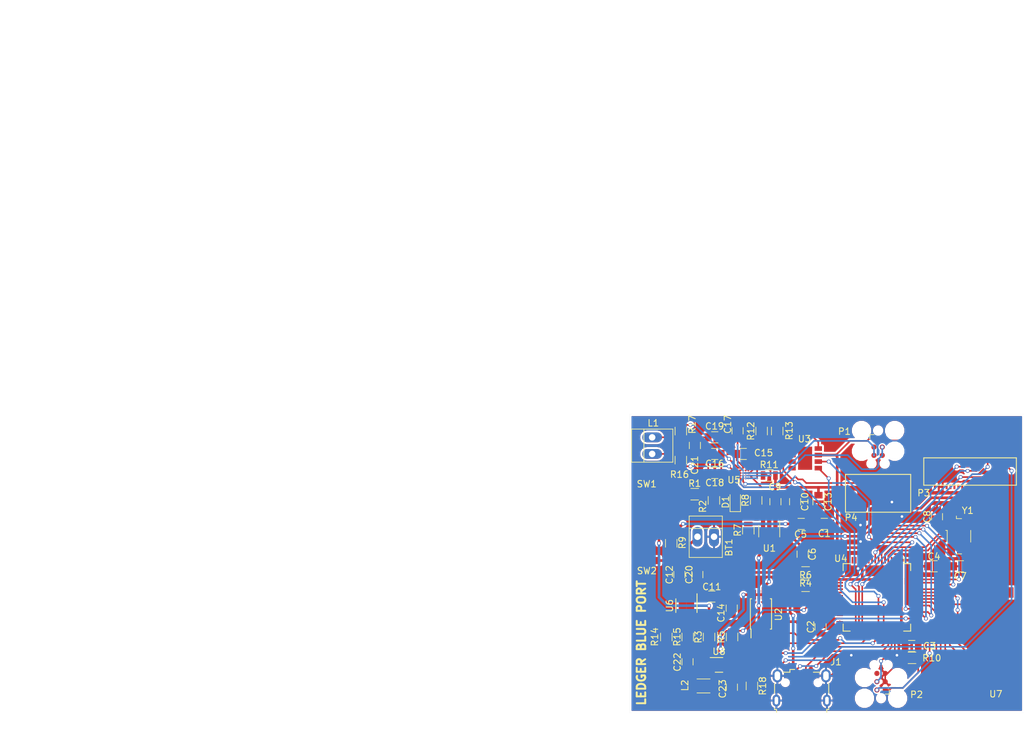
<source format=kicad_pcb>
(kicad_pcb (version 4) (host pcbnew 4.0.7)
  (layers (0 F.Cu signal) (31 B.Cu signal) (34 B.Paste user) (35 F.Paste user) (36 B.SilkS user) (37 F.SilkS user) (38 B.Mask user) (39 F.Mask user) (44 Edge.Cuts user))
  (net 0 "")
  (net 1 NRST)
  (net 2 MAIN_POWER)
  (net 3 +BATT)
  (net 4 "Net-(C7-Pad1)")
  (net 5 "Net-(C8-Pad1)")
  (net 6 VBUS)
  (net 7 "Net-(C12-Pad1)")
  (net 8 "Net-(C15-Pad1)")
  (net 9 "Net-(C16-Pad2)")
  (net 10 "Net-(C16-Pad1)")
  (net 11 "Net-(C17-Pad2)")
  (net 12 "Net-(C17-Pad1)")
  (net 13 "Net-(C20-Pad2)")
  (net 14 AUX_PWR)
  (net 15 "Net-(C23-Pad1)")
  (net 16 "Net-(D1-Pad1)")
  (net 17 ButtonIT)
  (net 18 USBDM)
  (net 19 USBDP)
  (net 20 USBID)
  (net 21 "Net-(L2-Pad1)")
  (net 22 "Net-(R1-Pad1)")
  (net 23 BC_ADC_IN)
  (net 24 VBUS_PRE)
  (net 25 BC_ADC_EN)
  (net 26 "Net-(BT1-Pad1)")
  (net 27 "Net-(P1-Pad5)")
  (net 28 "Net-(R12-Pad1)")
  (net 29 "Net-(R12-Pad2)")
  (net 30 "Net-(R13-Pad1)")
  (net 31 "Net-(R13-Pad2)")
  (net 32 "Net-(R14-Pad1)")
  (net 33 "Net-(R15-Pad1)")
  (net 34 "Net-(R16-Pad2)")
  (net 35 "Net-(R17-Pad2)")
  (net 36 LED_A)
  (net 37 AUX_PWR_enable)
  (net 38 Disp_RESET)
  (net 39 DISP_SCL)
  (net 40 Disp_CS)
  (net 41 Disp_SDA)
  (net 42 SE_CLK)
  (net 43 SE_IO)
  (net 44 SWIO)
  (net 45 SWCLK)
  (net 46 Backlight_PWM)
  (net 47 TS_CE)
  (net 48 TS_IRQ)
  (net 49 SE_RST)
  (net 50 BLE_RST)
  (net 51 BLE_SCK)
  (net 52 BLE_MISO)
  (net 53 BLE_MOSI)
  (net 54 BLE_IRQ)
  (net 55 BLE_CS)
  (net 56 TS_SCL)
  (net 57 TS_SDA)
  (net 58 "Net-(P1-Pad2)")
  (net 59 "Net-(P1-Pad4)")
  (module ledgblue_footprints:STSPBTLE-RF (layer F.Cu) (at 79.05 179.3)
    (fp_text reference U7 (at 4.826 1.2192) (layer F.SilkS))
    (fp_text value SPBTLE-RF)
    (pad 1 smd rect (at 7.04 -14.35) (size 1 1.6) (layers F.Cu F.Paste F.Mask))
    (pad 2 smd rect (at 5.77 -14.35) (size 1 1.6) (layers F.Cu F.Paste F.Mask))
    (pad 3 smd rect (at 4.5 -14.35) (size 1 1.6) (layers F.Cu F.Paste F.Mask))
    (pad 4 smd rect (at 3.23 -14.35) (size 1 1.6) (layers F.Cu F.Paste F.Mask) (net 54 BLE_IRQ))
    (pad 5 smd rect (at 1.96 -14.35) (size 1 1.6) (layers F.Cu F.Paste F.Mask) (net 14 AUX_PWR))
    (pad 6 smd rect (at 0.95 -10.35) (size 1.6 1) (layers F.Cu F.Paste F.Mask) (net 1 NRST))
    (pad 7 smd rect (at 1.96 -0.85) (size 1 1.6) (layers F.Cu F.Paste F.Mask) (net 51 BLE_SCK))
    (pad 8 smd rect (at 3.23 -0.85) (size 1 1.6) (layers F.Cu F.Paste F.Mask) (net 52 BLE_MISO))
    (pad 9 smd rect (at 4.5 -0.85) (size 1 1.6) (layers F.Cu F.Paste F.Mask) (net 53 BLE_MOSI))
    (pad 10 smd rect (at 5.77 -0.85) (size 1 1.6) (layers F.Cu F.Paste F.Mask) (net 55 BLE_CS))
    (pad 11 smd rect (at 7.04 -0.85) (size 1 1.6) (layers F.Cu F.Paste F.Mask) (net 50 BLE_RST))
  )
  (module Capacitors_SMD:C_0805 (layer F.Cu) (at 54.03 154.43)
    (fp_text reference C5 (at -0.1 1.6) (layer F.SilkS))
    (fp_text value 1uF)
    (pad 1 smd rect (at -1 0) (size 1 1.25) (layers F.Cu F.Paste F.Mask) (net 3 +BATT))
    (pad 2 smd rect (at 1 0) (size 1 1.25) (layers F.Cu F.Paste F.Mask) (net 1 NRST))
  )
  (module Capacitors_SMD:C_0805 (layer F.Cu) (at 54.25 159.075 270)
    (fp_text reference C6 (at 0 -1.5 270) (layer F.SilkS))
    (fp_text value 1uF)
    (pad 1 smd rect (at -1 0 270) (size 1 1.25) (layers F.Cu F.Paste F.Mask) (net 2 MAIN_POWER))
    (pad 2 smd rect (at 1 0 270) (size 1 1.25) (layers F.Cu F.Paste F.Mask) (net 1 NRST))
  )
  (module Capacitors_SMD:C_0805 (layer F.Cu) (at 36.6 175.575 270)
    (fp_text reference C22 (at 0.05 1.56 270) (layer F.SilkS))
    (fp_text value 1uF)
    (pad 1 smd rect (at -1 0 270) (size 1 1.25) (layers F.Cu F.Paste F.Mask) (net 1 NRST))
    (pad 2 smd rect (at 1 0 270) (size 1 1.25) (layers F.Cu F.Paste F.Mask) (net 14 AUX_PWR))
  )
  (module Capacitors_SMD:C_0805 (layer F.Cu) (at 43.4 179.475 270)
    (fp_text reference C23 (at 0.25 1.425 270) (layer F.SilkS))
    (fp_text value 1uF)
    (pad 1 smd rect (at -1 0 270) (size 1 1.25) (layers F.Cu F.Paste F.Mask) (net 15 "Net-(C23-Pad1)"))
    (pad 2 smd rect (at 1 0 270) (size 1 1.25) (layers F.Cu F.Paste F.Mask) (net 1 NRST))
  )
  (module Connectors_USB:USB_Micro-B_Wuerth-629105150521 (layer F.Cu) (at 54.1 179.575)
    (fp_text reference J1 (at 5.26 -3.975) (layer F.SilkS))
    (fp_text value USB_OTG)
    (pad 1 smd rect (at -1.3 -1.9) (size 0.45 1.3) (layers F.Cu F.Paste F.Mask) (net 6 VBUS))
    (pad 2 smd rect (at -0.65 -1.9) (size 0.45 1.3) (layers F.Cu F.Paste F.Mask) (net 18 USBDM))
    (pad 3 smd rect (at 0 -1.9) (size 0.45 1.3) (layers F.Cu F.Paste F.Mask) (net 19 USBDP))
    (pad 4 smd rect (at 0.65 -1.9) (size 0.45 1.3) (layers F.Cu F.Paste F.Mask) (net 20 USBID))
    (pad 5 smd rect (at 1.3 -1.9) (size 0.45 1.3) (layers F.Cu F.Paste F.Mask) (net 1 NRST))
    (pad 6 thru_hole oval (at -3.725 -1.85) (size 1.45 2) (drill oval 0.85 1.4) (layers *.Cu *.Mask) (net 1 NRST))
    (pad 6 thru_hole oval (at 3.725 -1.85) (size 1.45 2) (drill oval 0.85 1.4) (layers *.Cu *.Mask) (net 1 NRST))
    (pad 6 thru_hole oval (at -3.875 1.95) (size 1.15 1.8) (drill oval 0.55 1.2) (layers *.Cu *.Mask) (net 1 NRST))
    (pad 6 thru_hole oval (at 3.875 1.95) (size 1.15 1.8) (drill oval 0.55 1.2) (layers *.Cu *.Mask) (net 1 NRST))
    (pad "" np_thru_hole oval (at -2.5 -0.8) (size 0.8 0.8) (drill 0.8) (layers *.Cu *.Mask))
    (pad "" np_thru_hole oval (at 2.5 -0.8) (size 0.8 0.8) (drill 0.8) (layers *.Cu *.Mask))
  )
  (module Inductors_SMD:L_1206 (layer F.Cu) (at 39.05 179.275 180)
    (fp_text reference L2 (at 2.85 0.075 270) (layer F.SilkS))
    (fp_text value 10uH)
    (pad 1 smd rect (at -1.45 0 180) (size 0.9 1.7) (layers F.Cu F.Paste F.Mask) (net 21 "Net-(L2-Pad1)"))
    (pad 2 smd rect (at 1.45 0 180) (size 0.9 1.7) (layers F.Cu F.Paste F.Mask) (net 14 AUX_PWR))
  )
  (module TO_SOT_Packages_SMD:SOT-23-5 (layer F.Cu) (at 49.13 155.535 270)
    (fp_text reference U1 (at 2.635 -0.02 360) (layer F.SilkS))
    (fp_text value LD39020_3.0V)
    (pad 1 smd rect (at -1.1 -0.95 270) (size 1.06 0.65) (layers F.Cu F.Paste F.Mask) (net 3 +BATT))
    (pad 2 smd rect (at -1.1 0 270) (size 1.06 0.65) (layers F.Cu F.Paste F.Mask) (net 1 NRST))
    (pad 3 smd rect (at -1.1 0.95 270) (size 1.06 0.65) (layers F.Cu F.Paste F.Mask) (net 16 "Net-(D1-Pad1)"))
    (pad 4 smd rect (at 1.1 0.95 270) (size 1.06 0.65) (layers F.Cu F.Paste F.Mask))
    (pad 5 smd rect (at 1.1 -0.95 270) (size 1.06 0.65) (layers F.Cu F.Paste F.Mask) (net 2 MAIN_POWER))
  )
  (module Housings_SSOP:TSSOP-8_4.4x3mm_Pitch0.65mm (layer F.Cu) (at 47.86 168.235 90)
    (fp_text reference U2 (at -0.075 2.7 90) (layer F.SilkS))
    (fp_text value STMPS2151TTR)
    (pad 1 smd rect (at -2.95 -0.975 90) (size 1.45 0.45) (layers F.Cu F.Paste F.Mask) (net 1 NRST))
    (pad 2 smd rect (at -2.95 -0.325 90) (size 1.45 0.45) (layers F.Cu F.Paste F.Mask) (net 2 MAIN_POWER))
    (pad 3 smd rect (at -2.95 0.325 90) (size 1.45 0.45) (layers F.Cu F.Paste F.Mask) (net 2 MAIN_POWER))
    (pad 4 smd rect (at -2.95 0.975 90) (size 1.45 0.45) (layers F.Cu F.Paste F.Mask) (net 37 AUX_PWR_enable))
    (pad 5 smd rect (at 2.95 0.975 90) (size 1.45 0.45) (layers F.Cu F.Paste F.Mask))
    (pad 6 smd rect (at 2.95 0.325 90) (size 1.45 0.45) (layers F.Cu F.Paste F.Mask) (net 14 AUX_PWR))
    (pad 7 smd rect (at 2.95 -0.325 90) (size 1.45 0.45) (layers F.Cu F.Paste F.Mask) (net 14 AUX_PWR))
    (pad 8 smd rect (at 2.95 -0.975 90) (size 1.45 0.45) (layers F.Cu F.Paste F.Mask) (net 14 AUX_PWR))
  )
  (module Housings_QFP:LQFP-64_10x10mm_Pitch0.5mm (layer F.Cu) (at 65.64 165.695 270)
    (fp_text reference U4 (at -5.955 5.55 360) (layer F.SilkS))
    (fp_text value STM32L476RCT6)
    (pad 1 smd rect (at -5.7 -3.75 270) (size 1 0.25) (layers F.Cu F.Paste F.Mask) (net 2 MAIN_POWER))
    (pad 2 smd rect (at -5.7 -3.25 270) (size 1 0.25) (layers F.Cu F.Paste F.Mask))
    (pad 3 smd rect (at -5.7 -2.75 270) (size 1 0.25) (layers F.Cu F.Paste F.Mask))
    (pad 4 smd rect (at -5.7 -2.25 270) (size 1 0.25) (layers F.Cu F.Paste F.Mask))
    (pad 5 smd rect (at -5.7 -1.75 270) (size 1 0.25) (layers F.Cu F.Paste F.Mask) (net 4 "Net-(C7-Pad1)"))
    (pad 6 smd rect (at -5.7 -1.25 270) (size 1 0.25) (layers F.Cu F.Paste F.Mask) (net 5 "Net-(C8-Pad1)"))
    (pad 7 smd rect (at -5.7 -0.75 270) (size 1 0.25) (layers F.Cu F.Paste F.Mask) (net 1 NRST))
    (pad 8 smd rect (at -5.7 -0.25 270) (size 1 0.25) (layers F.Cu F.Paste F.Mask))
    (pad 9 smd rect (at -5.7 0.25 270) (size 1 0.25) (layers F.Cu F.Paste F.Mask) (net 38 Disp_RESET))
    (pad 10 smd rect (at -5.7 0.75 270) (size 1 0.25) (layers F.Cu F.Paste F.Mask))
    (pad 11 smd rect (at -5.7 1.25 270) (size 1 0.25) (layers F.Cu F.Paste F.Mask))
    (pad 12 smd rect (at -5.7 1.75 270) (size 1 0.25) (layers F.Cu F.Paste F.Mask) (net 1 NRST))
    (pad 13 smd rect (at -5.7 2.25 270) (size 1 0.25) (layers F.Cu F.Paste F.Mask) (net 2 MAIN_POWER))
    (pad 14 smd rect (at -5.7 2.75 270) (size 1 0.25) (layers F.Cu F.Paste F.Mask))
    (pad 15 smd rect (at -5.7 3.25 270) (size 1 0.25) (layers F.Cu F.Paste F.Mask))
    (pad 16 smd rect (at -5.7 3.75 270) (size 1 0.25) (layers F.Cu F.Paste F.Mask))
    (pad 17 smd rect (at -3.75 5.7) (size 1 0.25) (layers F.Cu F.Paste F.Mask))
    (pad 18 smd rect (at -3.25 5.7) (size 1 0.25) (layers F.Cu F.Paste F.Mask) (net 1 NRST))
    (pad 19 smd rect (at -2.75 5.7) (size 1 0.25) (layers F.Cu F.Paste F.Mask) (net 2 MAIN_POWER))
    (pad 20 smd rect (at -2.25 5.7) (size 1 0.25) (layers F.Cu F.Paste F.Mask))
    (pad 21 smd rect (at -1.75 5.7) (size 1 0.25) (layers F.Cu F.Paste F.Mask) (net 24 VBUS_PRE))
    (pad 22 smd rect (at -1.25 5.7) (size 1 0.25) (layers F.Cu F.Paste F.Mask))
    (pad 23 smd rect (at -0.75 5.7) (size 1 0.25) (layers F.Cu F.Paste F.Mask))
    (pad 24 smd rect (at -0.25 5.7) (size 1 0.25) (layers F.Cu F.Paste F.Mask))
    (pad 25 smd rect (at 0.25 5.7) (size 1 0.25) (layers F.Cu F.Paste F.Mask) (net 23 BC_ADC_IN))
    (pad 26 smd rect (at 0.75 5.7) (size 1 0.25) (layers F.Cu F.Paste F.Mask))
    (pad 27 smd rect (at 1.25 5.7) (size 1 0.25) (layers F.Cu F.Paste F.Mask))
    (pad 28 smd rect (at 1.75 5.7) (size 1 0.25) (layers F.Cu F.Paste F.Mask))
    (pad 29 smd rect (at 2.25 5.7) (size 1 0.25) (layers F.Cu F.Paste F.Mask))
    (pad 30 smd rect (at 2.75 5.7) (size 1 0.25) (layers F.Cu F.Paste F.Mask))
    (pad 31 smd rect (at 3.25 5.7) (size 1 0.25) (layers F.Cu F.Paste F.Mask) (net 1 NRST))
    (pad 32 smd rect (at 3.75 5.7) (size 1 0.25) (layers F.Cu F.Paste F.Mask) (net 2 MAIN_POWER))
    (pad 33 smd rect (at 5.7 3.75 270) (size 1 0.25) (layers F.Cu F.Paste F.Mask))
    (pad 34 smd rect (at 5.7 3.25 270) (size 1 0.25) (layers F.Cu F.Paste F.Mask) (net 39 DISP_SCL))
    (pad 35 smd rect (at 5.7 2.75 270) (size 1 0.25) (layers F.Cu F.Paste F.Mask) (net 40 Disp_CS))
    (pad 36 smd rect (at 5.7 2.25 270) (size 1 0.25) (layers F.Cu F.Paste F.Mask) (net 41 Disp_SDA))
    (pad 37 smd rect (at 5.7 1.75 270) (size 1 0.25) (layers F.Cu F.Paste F.Mask) (net 25 BC_ADC_EN))
    (pad 38 smd rect (at 5.7 1.25 270) (size 1 0.25) (layers F.Cu F.Paste F.Mask))
    (pad 39 smd rect (at 5.7 0.75 270) (size 1 0.25) (layers F.Cu F.Paste F.Mask))
    (pad 40 smd rect (at 5.7 0.25 270) (size 1 0.25) (layers F.Cu F.Paste F.Mask) (net 37 AUX_PWR_enable))
    (pad 41 smd rect (at 5.7 -0.25 270) (size 1 0.25) (layers F.Cu F.Paste F.Mask) (net 42 SE_CLK))
    (pad 42 smd rect (at 5.7 -0.75 270) (size 1 0.25) (layers F.Cu F.Paste F.Mask) (net 43 SE_IO))
    (pad 43 smd rect (at 5.7 -1.25 270) (size 1 0.25) (layers F.Cu F.Paste F.Mask) (net 20 USBID))
    (pad 44 smd rect (at 5.7 -1.75 270) (size 1 0.25) (layers F.Cu F.Paste F.Mask) (net 18 USBDM))
    (pad 45 smd rect (at 5.7 -2.25 270) (size 1 0.25) (layers F.Cu F.Paste F.Mask) (net 19 USBDP))
    (pad 46 smd rect (at 5.7 -2.75 270) (size 1 0.25) (layers F.Cu F.Paste F.Mask) (net 44 SWIO))
    (pad 47 smd rect (at 5.7 -3.25 270) (size 1 0.25) (layers F.Cu F.Paste F.Mask) (net 1 NRST))
    (pad 48 smd rect (at 5.7 -3.75 270) (size 1 0.25) (layers F.Cu F.Paste F.Mask) (net 2 MAIN_POWER))
    (pad 49 smd rect (at 3.75 -5.7) (size 1 0.25) (layers F.Cu F.Paste F.Mask) (net 45 SWCLK))
    (pad 50 smd rect (at 3.25 -5.7) (size 1 0.25) (layers F.Cu F.Paste F.Mask) (net 46 Backlight_PWM))
    (pad 51 smd rect (at 2.75 -5.7) (size 1 0.25) (layers F.Cu F.Paste F.Mask) (net 47 TS_CE))
    (pad 52 smd rect (at 2.25 -5.7) (size 1 0.25) (layers F.Cu F.Paste F.Mask) (net 48 TS_IRQ))
    (pad 53 smd rect (at 1.75 -5.7) (size 1 0.25) (layers F.Cu F.Paste F.Mask) (net 49 SE_RST))
    (pad 54 smd rect (at 1.25 -5.7) (size 1 0.25) (layers F.Cu F.Paste F.Mask) (net 50 BLE_RST))
    (pad 55 smd rect (at 0.75 -5.7) (size 1 0.25) (layers F.Cu F.Paste F.Mask) (net 51 BLE_SCK))
    (pad 56 smd rect (at 0.25 -5.7) (size 1 0.25) (layers F.Cu F.Paste F.Mask) (net 52 BLE_MISO))
    (pad 57 smd rect (at -0.25 -5.7) (size 1 0.25) (layers F.Cu F.Paste F.Mask) (net 53 BLE_MOSI))
    (pad 58 smd rect (at -0.75 -5.7) (size 1 0.25) (layers F.Cu F.Paste F.Mask) (net 54 BLE_IRQ))
    (pad 59 smd rect (at -1.25 -5.7) (size 1 0.25) (layers F.Cu F.Paste F.Mask) (net 55 BLE_CS))
    (pad 60 smd rect (at -1.75 -5.7) (size 1 0.25) (layers F.Cu F.Paste F.Mask) (net 1 NRST))
    (pad 61 smd rect (at -2.25 -5.7) (size 1 0.25) (layers F.Cu F.Paste F.Mask) (net 56 TS_SCL))
    (pad 62 smd rect (at -2.75 -5.7) (size 1 0.25) (layers F.Cu F.Paste F.Mask) (net 57 TS_SDA))
    (pad 63 smd rect (at -3.25 -5.7) (size 1 0.25) (layers F.Cu F.Paste F.Mask) (net 1 NRST))
    (pad 64 smd rect (at -3.75 -5.7) (size 1 0.25) (layers F.Cu F.Paste F.Mask) (net 2 MAIN_POWER))
  )
  (module Housings_DFN_QFN:DFN-12-1EP_3x3mm_Pitch0.45mm (layer F.Cu) (at 36.43 166.965 270)
    (fp_text reference U6 (at 0.015 2.57 270) (layer F.SilkS))
    (fp_text value STNS01PUR)
    (pad 1 smd rect (at -1.4 -1.125 270) (size 0.7 0.25) (layers F.Cu F.Paste F.Mask) (net 6 VBUS))
    (pad 2 smd rect (at -1.4 -0.675 270) (size 0.7 0.25) (layers F.Cu F.Paste F.Mask) (net 7 "Net-(C12-Pad1)"))
    (pad 3 smd rect (at -1.4 -0.225 270) (size 0.7 0.25) (layers F.Cu F.Paste F.Mask) (net 13 "Net-(C20-Pad2)"))
    (pad 4 smd rect (at -1.4 0.225 270) (size 0.7 0.25) (layers F.Cu F.Paste F.Mask) (net 13 "Net-(C20-Pad2)"))
    (pad 5 smd rect (at -1.4 0.675 270) (size 0.7 0.25) (layers F.Cu F.Paste F.Mask))
    (pad 6 smd rect (at -1.4 1.125 270) (size 0.7 0.25) (layers F.Cu F.Paste F.Mask))
    (pad 7 smd rect (at 1.4 1.125 270) (size 0.7 0.25) (layers F.Cu F.Paste F.Mask) (net 1 NRST))
    (pad 8 smd rect (at 1.4 0.675 270) (size 0.7 0.25) (layers F.Cu F.Paste F.Mask) (net 32 "Net-(R14-Pad1)"))
    (pad 9 smd rect (at 1.4 0.225 270) (size 0.7 0.25) (layers F.Cu F.Paste F.Mask) (net 33 "Net-(R15-Pad1)"))
    (pad 10 smd rect (at 1.4 -0.225 270) (size 0.7 0.25) (layers F.Cu F.Paste F.Mask))
    (pad 11 smd rect (at 1.4 -0.675 270) (size 0.7 0.25) (layers F.Cu F.Paste F.Mask) (net 3 +BATT))
    (pad 12 smd rect (at 1.4 -1.125 270) (size 0.7 0.25) (layers F.Cu F.Paste F.Mask) (net 3 +BATT))
    (pad 13 smd rect (at 0.415 0.595 270) (size 0.83 1.19) (layers F.Cu F.Paste F.Mask))
    (pad 13 smd rect (at 0.415 -0.595 270) (size 0.83 1.19) (layers F.Cu F.Paste F.Mask))
    (pad 13 smd rect (at -0.415 0.595 270) (size 0.83 1.19) (layers F.Cu F.Paste F.Mask))
    (pad 13 smd rect (at -0.415 -0.595 270) (size 0.83 1.19) (layers F.Cu F.Paste F.Mask))
  )
  (module Housings_DFN_QFN:DFN-6-1EP_2x2mm_Pitch0.5mm (layer F.Cu) (at 41.425 176.05)
    (fp_text reference U8 (at 0 -2.05) (layer F.SilkS))
    (fp_text value STLA02PUR)
    (pad 1 smd rect (at -0.925 -0.5) (size 0.7 0.25) (layers F.Cu F.Paste F.Mask) (net 14 AUX_PWR))
    (pad 2 smd rect (at -0.925 0) (size 0.7 0.25) (layers F.Cu F.Paste F.Mask) (net 1 NRST))
    (pad 3 smd rect (at -0.925 0.5) (size 0.7 0.25) (layers F.Cu F.Paste F.Mask) (net 21 "Net-(L2-Pad1)"))
    (pad 4 smd rect (at 0.925 0.5) (size 0.7 0.25) (layers F.Cu F.Paste F.Mask) (net 15 "Net-(C23-Pad1)"))
    (pad 5 smd rect (at 0.925 0) (size 0.7 0.25) (layers F.Cu F.Paste F.Mask) (net 36 LED_A))
    (pad 6 smd rect (at 0.925 -0.5) (size 0.7 0.25) (layers F.Cu F.Paste F.Mask) (net 46 Backlight_PWM))
    (pad 7 smd rect (at 0 0.355) (size 0.61 0.71) (layers F.Cu F.Paste F.Mask))
    (pad 7 smd rect (at 0 -0.355) (size 0.61 0.71) (layers F.Cu F.Paste F.Mask))
  )
  (module Crystals:Crystal_SMD_Abracon_ABM3B-4pin_5.0x3.2mm (layer F.Cu) (at 78.225 156.325 270)
    (fp_text reference Y1 (at -3.945 -1.345 360) (layer F.SilkS))
    (fp_text value "8 MHz")
    (pad 1 smd rect (at -2 1.2 270) (size 1.8 1.2) (layers F.Cu F.Paste F.Mask) (net 5 "Net-(C8-Pad1)"))
    (pad 2 smd rect (at 2 1.2 270) (size 1.8 1.2) (layers F.Cu F.Paste F.Mask) (net 1 NRST))
    (pad 3 smd rect (at 2 -1.2 270) (size 1.8 1.2) (layers F.Cu F.Paste F.Mask) (net 4 "Net-(C7-Pad1)"))
    (pad 4 smd rect (at -2 -1.2 270) (size 1.8 1.2) (layers F.Cu F.Paste F.Mask) (net 1 NRST))
  )
  (module Connectors:Tag-Connect_TC2030-IDC-FP (layer F.Cu) (at 65.825 142.65 270)
    (fp_text reference P1 (at -2.4 5.165 360) (layer F.SilkS))
    (fp_text value DEBUG)
    (pad "" np_thru_hole circle (at -2.54 2.54 270) (size 2.3749 2.3749) (drill 2.3749) (layers *.Cu *.Mask))
    (pad "" np_thru_hole circle (at -2.54 -2.54 270) (size 2.3749 2.3749) (drill 2.3749) (layers *.Cu *.Mask))
    (pad "" np_thru_hole circle (at 0.635 -2.54 270) (size 2.3749 2.3749) (drill 2.3749) (layers *.Cu *.Mask))
    (pad "" np_thru_hole circle (at 0.635 2.54 270) (size 2.3749 2.3749) (drill 2.3749) (layers *.Cu *.Mask))
    (pad "" np_thru_hole circle (at 2.54 -1.016 270) (size 0.9906 0.9906) (drill 0.9906) (layers *.Cu *.Mask))
    (pad "" np_thru_hole circle (at 2.54 1.016 270) (size 0.9906 0.9906) (drill 0.9906) (layers *.Cu *.Mask))
    (pad "" np_thru_hole circle (at -2.54 0 270) (size 0.9906 0.9906) (drill 0.9906) (layers *.Cu *.Mask))
    (pad 1 connect circle (at -1.27 0.635 270) (size 0.7874 0.7874) (layers F.Cu F.Mask) (net 2 MAIN_POWER))
    (pad 2 connect circle (at -1.27 -0.635 270) (size 0.7874 0.7874) (layers F.Cu F.Mask) (net 58 "Net-(P1-Pad2)"))
    (pad 3 connect circle (at 0 0.635 270) (size 0.7874 0.7874) (layers F.Cu F.Mask))
    (pad 4 connect circle (at 0 -0.635 270) (size 0.7874 0.7874) (layers F.Cu F.Mask) (net 59 "Net-(P1-Pad4)"))
    (pad 5 connect circle (at 1.27 0.635 270) (size 0.7874 0.7874) (layers F.Cu F.Mask) (net 27 "Net-(P1-Pad5)"))
    (pad 6 connect circle (at 1.27 -0.635 270) (size 0.7874 0.7874) (layers F.Cu F.Mask))
  )
  (module Connectors:Tag-Connect_TC2030-IDC-FP (layer F.Cu) (at 66.275 178.625 90)
    (fp_text reference P2 (at -1.985 5.445 180) (layer F.SilkS))
    (fp_text value DEBUG)
    (pad "" np_thru_hole circle (at -2.54 2.54 90) (size 2.3749 2.3749) (drill 2.3749) (layers *.Cu *.Mask))
    (pad "" np_thru_hole circle (at -2.54 -2.54 90) (size 2.3749 2.3749) (drill 2.3749) (layers *.Cu *.Mask))
    (pad "" np_thru_hole circle (at 0.635 -2.54 90) (size 2.3749 2.3749) (drill 2.3749) (layers *.Cu *.Mask))
    (pad "" np_thru_hole circle (at 0.635 2.54 90) (size 2.3749 2.3749) (drill 2.3749) (layers *.Cu *.Mask))
    (pad "" np_thru_hole circle (at 2.54 -1.016 90) (size 0.9906 0.9906) (drill 0.9906) (layers *.Cu *.Mask))
    (pad "" np_thru_hole circle (at 2.54 1.016 90) (size 0.9906 0.9906) (drill 0.9906) (layers *.Cu *.Mask))
    (pad "" np_thru_hole circle (at -2.54 0 90) (size 0.9906 0.9906) (drill 0.9906) (layers *.Cu *.Mask))
    (pad 1 connect circle (at -1.27 0.635 90) (size 0.7874 0.7874) (layers F.Cu F.Mask) (net 2 MAIN_POWER))
    (pad 2 connect circle (at -1.27 -0.635 90) (size 0.7874 0.7874) (layers F.Cu F.Mask) (net 45 SWCLK))
    (pad 3 connect circle (at 0 0.635 90) (size 0.7874 0.7874) (layers F.Cu F.Mask) (net 1 NRST))
    (pad 4 connect circle (at 0 -0.635 90) (size 0.7874 0.7874) (layers F.Cu F.Mask) (net 44 SWIO))
    (pad 5 connect circle (at 1.27 0.635 90) (size 0.7874 0.7874) (layers F.Cu F.Mask) (net 1 NRST))
    (pad 6 connect circle (at 1.27 -0.635 90) (size 0.7874 0.7874) (layers F.Cu F.Mask))
  )
  (module Capacitors_SMD:C_0805 (layer F.Cu) (at 57.575 154.425 180)
    (fp_text reference C1 (at 0 -1.5 180) (layer F.SilkS))
    (fp_text value 100nF)
    (pad 1 smd rect (at -1 0 180) (size 1 1.25) (layers F.Cu F.Paste F.Mask) (net 2 MAIN_POWER))
    (pad 2 smd rect (at 1 0 180) (size 1 1.25) (layers F.Cu F.Paste F.Mask) (net 1 NRST))
  )
  (module Capacitors_SMD:C_0805 (layer F.Cu) (at 57 170.225 90)
    (fp_text reference C2 (at 0 -1.5 90) (layer F.SilkS))
    (fp_text value 100nF)
    (pad 1 smd rect (at -1 0 90) (size 1 1.25) (layers F.Cu F.Paste F.Mask) (net 2 MAIN_POWER))
    (pad 2 smd rect (at 1 0 90) (size 1 1.25) (layers F.Cu F.Paste F.Mask) (net 1 NRST))
  )
  (module Capacitors_SMD:C_0805 (layer F.Cu) (at 70.975 173.15 180)
    (fp_text reference C3 (at -2.75 0 180) (layer F.SilkS))
    (fp_text value 100nF)
    (pad 1 smd rect (at -1 0 180) (size 1 1.25) (layers F.Cu F.Paste F.Mask) (net 2 MAIN_POWER))
    (pad 2 smd rect (at 1 0 180) (size 1 1.25) (layers F.Cu F.Paste F.Mask) (net 1 NRST))
  )
  (module Capacitors_SMD:C_0805 (layer F.Cu) (at 74.4 160.925)
    (fp_text reference C4 (at 0 -1.5) (layer F.SilkS))
    (fp_text value 100nF)
    (pad 1 smd rect (at -1 0) (size 1 1.25) (layers F.Cu F.Paste F.Mask) (net 2 MAIN_POWER))
    (pad 2 smd rect (at 1 0) (size 1 1.25) (layers F.Cu F.Paste F.Mask) (net 1 NRST))
  )
  (module Capacitors_SMD:C_0805 (layer F.Cu) (at 78.425 160.925 180)
    (fp_text reference C7 (at 0 -1.5 180) (layer F.SilkS))
    (fp_text value 20pF)
    (pad 1 smd rect (at -1 0 180) (size 1 1.25) (layers F.Cu F.Paste F.Mask) (net 4 "Net-(C7-Pad1)"))
    (pad 2 smd rect (at 1 0 180) (size 1 1.25) (layers F.Cu F.Paste F.Mask) (net 1 NRST))
  )
  (module Capacitors_SMD:C_0805 (layer F.Cu) (at 74.85 153.325 90)
    (fp_text reference C8 (at 0 -1.5 90) (layer F.SilkS))
    (fp_text value 20pF)
    (pad 1 smd rect (at -1 0 90) (size 1 1.25) (layers F.Cu F.Paste F.Mask) (net 5 "Net-(C8-Pad1)"))
    (pad 2 smd rect (at 1 0 90) (size 1 1.25) (layers F.Cu F.Paste F.Mask) (net 1 NRST))
  )
  (module Capacitors_SMD:C_0805 (layer F.Cu) (at 50.075 151.025 270)
    (fp_text reference C9 (at -2.275 0.075 360) (layer F.SilkS))
    (fp_text value 100nF)
    (pad 1 smd rect (at -1 0 270) (size 1 1.25) (layers F.Cu F.Paste F.Mask) (net 2 MAIN_POWER))
    (pad 2 smd rect (at 1 0 270) (size 1 1.25) (layers F.Cu F.Paste F.Mask) (net 1 NRST))
  )
  (module Capacitors_SMD:C_0805 (layer F.Cu) (at 53.1 151.025 270)
    (fp_text reference C10 (at 0 -1.5 270) (layer F.SilkS))
    (fp_text value 4.7uF)
    (pad 1 smd rect (at -1 0 270) (size 1 1.25) (layers F.Cu F.Paste F.Mask) (net 2 MAIN_POWER))
    (pad 2 smd rect (at 1 0 270) (size 1 1.25) (layers F.Cu F.Paste F.Mask) (net 1 NRST))
  )
  (module Capacitors_SMD:C_0805 (layer F.Cu) (at 40.325 165.575)
    (fp_text reference C11 (at 0 -1.5) (layer F.SilkS))
    (fp_text value 2.2uF)
    (pad 1 smd rect (at -1 0) (size 1 1.25) (layers F.Cu F.Paste F.Mask) (net 6 VBUS))
    (pad 2 smd rect (at 1 0) (size 1 1.25) (layers F.Cu F.Paste F.Mask) (net 1 NRST))
  )
  (module Capacitors_SMD:C_0805 (layer F.Cu) (at 38.1 162.2 90)
    (fp_text reference C12 (at -0.025 -4.275 90) (layer F.SilkS))
    (fp_text value 2.2uF)
    (pad 1 smd rect (at -1 0 90) (size 1 1.25) (layers F.Cu F.Paste F.Mask) (net 7 "Net-(C12-Pad1)"))
    (pad 2 smd rect (at 1 0 90) (size 1 1.25) (layers F.Cu F.Paste F.Mask) (net 1 NRST))
  )
  (module Capacitors_SMD:C_0805 (layer F.Cu) (at 56.675 151.025 270)
    (fp_text reference C13 (at 0 -1.5 270) (layer F.SilkS))
    (fp_text value 100nF)
    (pad 1 smd rect (at -1 0 270) (size 1 1.25) (layers F.Cu F.Paste F.Mask) (net 2 MAIN_POWER))
    (pad 2 smd rect (at 1 0 270) (size 1 1.25) (layers F.Cu F.Paste F.Mask) (net 1 NRST))
  )
  (module Capacitors_SMD:C_0805 (layer F.Cu) (at 43.375 167.35 270)
    (fp_text reference C14 (at 0.74 1.635 270) (layer F.SilkS))
    (fp_text value 4.7uF)
    (pad 1 smd rect (at -1 0 270) (size 1 1.25) (layers F.Cu F.Paste F.Mask) (net 1 NRST))
    (pad 2 smd rect (at 1 0 270) (size 1 1.25) (layers F.Cu F.Paste F.Mask) (net 3 +BATT))
  )
  (module Capacitors_SMD:C_0805 (layer F.Cu) (at 45.14 143.7)
    (fp_text reference C15 (at 3.12 -0.16) (layer F.SilkS))
    (fp_text value 15nF)
    (pad 1 smd rect (at -1 0) (size 1 1.25) (layers F.Cu F.Paste F.Mask) (net 8 "Net-(C15-Pad1)"))
    (pad 2 smd rect (at 1 0) (size 1 1.25) (layers F.Cu F.Paste F.Mask) (net 1 NRST))
  )
  (module Capacitors_SMD:C_0805 (layer F.Cu) (at 40.775 143.7 180)
    (fp_text reference C16 (at 0 -1.5 180) (layer F.SilkS))
    (fp_text value 27pF)
    (pad 1 smd rect (at -1 0 180) (size 1 1.25) (layers F.Cu F.Paste F.Mask) (net 10 "Net-(C16-Pad1)"))
    (pad 2 smd rect (at 1 0 180) (size 1 1.25) (layers F.Cu F.Paste F.Mask) (net 9 "Net-(C16-Pad2)"))
  )
  (module Capacitors_SMD:C_0805 (layer F.Cu) (at 44.275 140.15 90)
    (fp_text reference C17 (at 0.99 -1.505 90) (layer F.SilkS))
    (fp_text value 27pF)
    (pad 1 smd rect (at -1 0 90) (size 1 1.25) (layers F.Cu F.Paste F.Mask) (net 12 "Net-(C17-Pad1)"))
    (pad 2 smd rect (at 1 0 90) (size 1 1.25) (layers F.Cu F.Paste F.Mask) (net 11 "Net-(C17-Pad2)"))
  )
  (module Capacitors_SMD:C_0805 (layer F.Cu) (at 40.775 146.625 180)
    (fp_text reference C18 (at 0 -1.5 180) (layer F.SilkS))
    (fp_text value 180pF)
    (pad 1 smd rect (at -1 0 180) (size 1 1.25) (layers F.Cu F.Paste F.Mask) (net 10 "Net-(C16-Pad1)"))
    (pad 2 smd rect (at 1 0 180) (size 1 1.25) (layers F.Cu F.Paste F.Mask) (net 9 "Net-(C16-Pad2)"))
  )
  (module Capacitors_SMD:C_0805 (layer F.Cu) (at 40.775 141.15 180)
    (fp_text reference C19 (at 0.025 1.7 180) (layer F.SilkS))
    (fp_text value 180pF)
    (pad 1 smd rect (at -1 0 180) (size 1 1.25) (layers F.Cu F.Paste F.Mask) (net 12 "Net-(C17-Pad1)"))
    (pad 2 smd rect (at 1 0 180) (size 1 1.25) (layers F.Cu F.Paste F.Mask) (net 11 "Net-(C17-Pad2)"))
  )
  (module Capacitors_SMD:C_0805 (layer F.Cu) (at 35.35 162.2 270)
    (fp_text reference C20 (at 0 -1.5 270) (layer F.SilkS))
    (fp_text value 2.2uF)
    (pad 1 smd rect (at -1 0 270) (size 1 1.25) (layers F.Cu F.Paste F.Mask) (net 1 NRST))
    (pad 2 smd rect (at 1 0 270) (size 1 1.25) (layers F.Cu F.Paste F.Mask) (net 13 "Net-(C20-Pad2)"))
  )
  (module Capacitors_SMD:C_0805 (layer F.Cu) (at 37.725 142.4 90)
    (fp_text reference C21 (at -3.025 -0.025 90) (layer F.SilkS))
    (fp_text value 39pF)
    (pad 1 smd rect (at -1 0 90) (size 1 1.25) (layers F.Cu F.Paste F.Mask) (net 9 "Net-(C16-Pad2)"))
    (pad 2 smd rect (at 1 0 90) (size 1 1.25) (layers F.Cu F.Paste F.Mask) (net 11 "Net-(C17-Pad2)"))
  )
  (module Diodes_SMD:D_0805 (layer F.Cu) (at 43.925 150.95 90)
    (fp_text reference D1 (at -0.13 -1.485 90) (layer F.SilkS))
    (fp_text value D_Schottky)
    (pad 1 smd rect (at -1.05 0 90) (size 0.8 0.9) (layers F.Cu F.Paste F.Mask) (net 16 "Net-(D1-Pad1)"))
    (pad 2 smd rect (at 1.05 0 90) (size 0.8 0.9) (layers F.Cu F.Paste F.Mask) (net 17 ButtonIT))
  )
  (module Resistors_SMD:R_0805 (layer F.Cu) (at 37.7 149.875)
    (fp_text reference R1 (at 0 -1.65) (layer F.SilkS))
    (fp_text value 10k)
    (pad 1 smd rect (at -0.95 0) (size 0.7 1.3) (layers F.Cu F.Paste F.Mask) (net 22 "Net-(R1-Pad1)"))
    (pad 2 smd rect (at 0.95 0) (size 0.7 1.3) (layers F.Cu F.Paste F.Mask) (net 17 ButtonIT))
  )
  (module Resistors_SMD:R_0805 (layer F.Cu) (at 40.65 150.825 270)
    (fp_text reference R2 (at 0.925 1.71 270) (layer F.SilkS))
    (fp_text value 10k)
    (pad 1 smd rect (at -0.95 0 270) (size 0.7 1.3) (layers F.Cu F.Paste F.Mask) (net 17 ButtonIT))
    (pad 2 smd rect (at 0.95 0 270) (size 0.7 1.3) (layers F.Cu F.Paste F.Mask) (net 1 NRST))
  )
  (module Resistors_SMD:R_0805 (layer F.Cu) (at 39.9 171.775 90)
    (fp_text reference R3 (at 0 -1.65 90) (layer F.SilkS))
    (fp_text value 1.2k)
    (pad 1 smd rect (at -0.95 0 90) (size 0.7 1.3) (layers F.Cu F.Paste F.Mask) (net 23 BC_ADC_IN))
    (pad 2 smd rect (at 0.95 0 90) (size 0.7 1.3) (layers F.Cu F.Paste F.Mask) (net 3 +BATT))
  )
  (module Resistors_SMD:R_0805 (layer F.Cu) (at 54.7 161.875 180)
    (fp_text reference R4 (at 0 -1.65 180) (layer F.SilkS))
    (fp_text value 1.2k)
    (pad 1 smd rect (at -0.95 0 180) (size 0.7 1.3) (layers F.Cu F.Paste F.Mask) (net 24 VBUS_PRE))
    (pad 2 smd rect (at 0.95 0 180) (size 0.7 1.3) (layers F.Cu F.Paste F.Mask) (net 6 VBUS))
  )
  (module Resistors_SMD:R_0805 (layer F.Cu) (at 43.425 171.775 90)
    (fp_text reference R5 (at 0 -1.65 90) (layer F.SilkS))
    (fp_text value 1.2k)
    (pad 1 smd rect (at -0.95 0 90) (size 0.7 1.3) (layers F.Cu F.Paste F.Mask) (net 25 BC_ADC_EN))
    (pad 2 smd rect (at 0.95 0 90) (size 0.7 1.3) (layers F.Cu F.Paste F.Mask) (net 23 BC_ADC_IN))
  )
  (module Resistors_SMD:R_0805 (layer F.Cu) (at 54.7 163.925)
    (fp_text reference R6 (at 0 -1.65) (layer F.SilkS))
    (fp_text value 1.2k)
    (pad 1 smd rect (at -0.95 0) (size 0.7 1.3) (layers F.Cu F.Paste F.Mask) (net 1 NRST))
    (pad 2 smd rect (at 0.95 0) (size 0.7 1.3) (layers F.Cu F.Paste F.Mask) (net 24 VBUS_PRE))
  )
  (module Resistors_SMD:R_0805 (layer F.Cu) (at 45.925 155.4 90)
    (fp_text reference R7 (at 0 -1.65 90) (layer F.SilkS))
    (fp_text value 680k)
    (pad 1 smd rect (at -0.95 0 90) (size 0.7 1.3) (layers F.Cu F.Paste F.Mask) (net 6 VBUS))
    (pad 2 smd rect (at 0.95 0 90) (size 0.7 1.3) (layers F.Cu F.Paste F.Mask) (net 16 "Net-(D1-Pad1)"))
  )
  (module Resistors_SMD:R_0805 (layer F.Cu) (at 47.125 150.825 90)
    (fp_text reference R8 (at 0 -1.65 90) (layer F.SilkS))
    (fp_text value 1M)
    (pad 1 smd rect (at -0.95 0 90) (size 0.7 1.3) (layers F.Cu F.Paste F.Mask) (net 16 "Net-(D1-Pad1)"))
    (pad 2 smd rect (at 0.95 0 90) (size 0.7 1.3) (layers F.Cu F.Paste F.Mask) (net 1 NRST))
  )
  (module Resistors_SMD:R_0805 (layer F.Cu) (at 34.1 157.4 270)
    (fp_text reference R9 (at -0.09 -1.7 270) (layer F.SilkS))
    (fp_text value 0)
    (pad 1 smd rect (at -0.95 0 270) (size 0.7 1.3) (layers F.Cu F.Paste F.Mask) (net 3 +BATT))
    (pad 2 smd rect (at 0.95 0 270) (size 0.7 1.3) (layers F.Cu F.Paste F.Mask) (net 26 "Net-(BT1-Pad1)"))
  )
  (module Resistors_SMD:R_0805 (layer F.Cu) (at 71.025 174.975)
    (fp_text reference R10 (at 3.025 0.025) (layer F.SilkS))
    (fp_text value 100k)
    (pad 1 smd rect (at -0.95 0) (size 0.7 1.3) (layers F.Cu F.Paste F.Mask) (net 1 NRST))
    (pad 2 smd rect (at 0.95 0) (size 0.7 1.3) (layers F.Cu F.Paste F.Mask) (net 2 MAIN_POWER))
  )
  (module Resistors_SMD:R_0805 (layer F.Cu) (at 49.13 147.01)
    (fp_text reference R11 (at 0 -1.65) (layer F.SilkS))
    (fp_text value 100k)
    (pad 1 smd rect (at -0.95 0) (size 0.7 1.3) (layers F.Cu F.Paste F.Mask) (net 27 "Net-(P1-Pad5)"))
    (pad 2 smd rect (at 0.95 0) (size 0.7 1.3) (layers F.Cu F.Paste F.Mask) (net 2 MAIN_POWER))
  )
  (module Resistors_SMD:R_0805 (layer F.Cu) (at 47.96 140.19 90)
    (fp_text reference R12 (at 0 -1.65 90) (layer F.SilkS))
    (fp_text value 0)
    (pad 1 smd rect (at -0.95 0 90) (size 0.7 1.3) (layers F.Cu F.Paste F.Mask) (net 28 "Net-(R12-Pad1)"))
    (pad 2 smd rect (at 0.95 0 90) (size 0.7 1.3) (layers F.Cu F.Paste F.Mask) (net 29 "Net-(R12-Pad2)"))
  )
  (module Resistors_SMD:R_0805 (layer F.Cu) (at 50.35 140.19 90)
    (fp_text reference R13 (at 0.05 1.85 90) (layer F.SilkS))
    (fp_text value 0)
    (pad 1 smd rect (at -0.95 0 90) (size 0.7 1.3) (layers F.Cu F.Paste F.Mask) (net 30 "Net-(R13-Pad1)"))
    (pad 2 smd rect (at 0.95 0 90) (size 0.7 1.3) (layers F.Cu F.Paste F.Mask) (net 31 "Net-(R13-Pad2)"))
  )
  (module Resistors_SMD:R_0805 (layer F.Cu) (at 33.35 171.775 270)
    (fp_text reference R14 (at -0.025 1.775 270) (layer F.SilkS))
    (fp_text value 10k)
    (pad 1 smd rect (at -0.95 0 270) (size 0.7 1.3) (layers F.Cu F.Paste F.Mask) (net 32 "Net-(R14-Pad1)"))
    (pad 2 smd rect (at 0.95 0 270) (size 0.7 1.3) (layers F.Cu F.Paste F.Mask) (net 1 NRST))
  )
  (module Resistors_SMD:R_0805 (layer F.Cu) (at 36.625 171.775 270)
    (fp_text reference R15 (at -0.025 1.625 270) (layer F.SilkS))
    (fp_text value 1k)
    (pad 1 smd rect (at -0.95 0 270) (size 0.7 1.3) (layers F.Cu F.Paste F.Mask) (net 33 "Net-(R15-Pad1)"))
    (pad 2 smd rect (at 0.95 0 270) (size 0.7 1.3) (layers F.Cu F.Paste F.Mask) (net 1 NRST))
  )
  (module Resistors_SMD:R_0805 (layer F.Cu) (at 35.575 144.65 270)
    (fp_text reference R16 (at 2.2 0.205 360) (layer F.SilkS))
    (fp_text value 0)
    (pad 1 smd rect (at -0.95 0 270) (size 0.7 1.3) (layers F.Cu F.Paste F.Mask) (net 9 "Net-(C16-Pad2)"))
    (pad 2 smd rect (at 0.95 0 270) (size 0.7 1.3) (layers F.Cu F.Paste F.Mask) (net 34 "Net-(R16-Pad2)"))
  )
  (module Resistors_SMD:R_0805 (layer F.Cu) (at 35.575 140.2 90)
    (fp_text reference R17 (at 1.02 1.755 90) (layer F.SilkS))
    (fp_text value 0)
    (pad 1 smd rect (at -0.95 0 90) (size 0.7 1.3) (layers F.Cu F.Paste F.Mask) (net 11 "Net-(C17-Pad2)"))
    (pad 2 smd rect (at 0.95 0 90) (size 0.7 1.3) (layers F.Cu F.Paste F.Mask) (net 35 "Net-(R17-Pad2)"))
  )
  (module Resistors_SMD:R_0805 (layer F.Cu) (at 46.475 179.275 270)
    (fp_text reference R18 (at 0 -1.65 270) (layer F.SilkS))
    (fp_text value 10)
    (pad 1 smd rect (at -0.95 0 270) (size 0.7 1.3) (layers F.Cu F.Paste F.Mask) (net 36 LED_A))
    (pad 2 smd rect (at 0.95 0 270) (size 0.7 1.3) (layers F.Cu F.Paste F.Mask) (net 15 "Net-(C23-Pad1)"))
  )
  (module ledgblue_footprints:amsAS3921 (layer F.Cu) (at 45.92 147.43 90)
    (fp_text reference U5 (at -0.26 -2.19 180) (layer F.SilkS))
    (fp_text value AMS_AS3921)
    (pad A5 smd circle (at 0 0 90) (size 0.3 0.3) (layers F.Cu F.Paste F.Mask))
    (pad A4 smd circle (at 0.4 0 90) (size 0.3 0.3) (layers F.Cu F.Paste F.Mask) (net 2 MAIN_POWER))
    (pad A3 smd circle (at 0.8 0 90) (size 0.3 0.3) (layers F.Cu F.Paste F.Mask) (net 28 "Net-(R12-Pad1)"))
    (pad A2 smd circle (at 1.2 0 90) (size 0.3 0.3) (layers F.Cu F.Paste F.Mask))
    (pad A1 smd circle (at 1.6 0 90) (size 0.3 0.3) (layers F.Cu F.Paste F.Mask) (net 1 NRST))
    (pad B5 smd circle (at 0 -0.4 90) (size 0.3 0.3) (layers F.Cu F.Paste F.Mask) (net 30 "Net-(R13-Pad1)"))
    (pad C5 smd circle (at 0 -0.8 90) (size 0.3 0.3) (layers F.Cu F.Paste F.Mask) (net 59 "Net-(P1-Pad4)"))
    (pad D5 smd circle (at 0 -1.2 90) (size 0.3 0.3) (layers F.Cu F.Paste F.Mask) (net 2 MAIN_POWER))
    (pad C4 smd circle (at 0.4 -0.8 90) (size 0.3 0.3) (layers F.Cu F.Paste F.Mask) (net 58 "Net-(P1-Pad2)"))
    (pad B4 smd circle (at 0.4 -0.4 90) (size 0.3 0.3) (layers F.Cu F.Paste F.Mask) (net 1 NRST))
    (pad B3 smd circle (at 0.8 -0.4 90) (size 0.3 0.3) (layers F.Cu F.Paste F.Mask))
    (pad B2 smd circle (at 1.2 -0.4 90) (size 0.3 0.3) (layers F.Cu F.Paste F.Mask))
    (pad B1 smd circle (at 1.6 -0.4 90) (size 0.3 0.3) (layers F.Cu F.Paste F.Mask) (net 1 NRST))
    (pad D4 smd circle (at 0.4 -1.2 90) (size 0.3 0.3) (layers F.Cu F.Paste F.Mask) (net 1 NRST))
    (pad D3 smd circle (at 0.8 -1.2 90) (size 0.3 0.3) (layers F.Cu F.Paste F.Mask) (net 10 "Net-(C16-Pad1)"))
    (pad C3 smd circle (at 0.8 -0.8 90) (size 0.3 0.3) (layers F.Cu F.Paste F.Mask) (net 27 "Net-(P1-Pad5)"))
    (pad C2 smd circle (at 1.2 -0.8 90) (size 0.3 0.3) (layers F.Cu F.Paste F.Mask) (net 12 "Net-(C17-Pad1)"))
    (pad D2 smd circle (at 1.2 -1.2 90) (size 0.3 0.3) (layers F.Cu F.Paste F.Mask) (net 34 "Net-(R16-Pad2)"))
    (pad D1 smd circle (at 1.6 -1.2 90) (size 0.3 0.3) (layers F.Cu F.Paste F.Mask) (net 35 "Net-(R17-Pad2)"))
    (pad C1 smd circle (at 1.6 -0.8 90) (size 0.3 0.3) (layers F.Cu F.Paste F.Mask) (net 8 "Net-(C15-Pad1)"))
  )
  (module ledgblue_footprints:wurth436353045816 (layer F.Cu) (at 28.4625 149.3875 270)
    (fp_text reference SW1 (at -1.0775 -1.8775 360) (layer F.SilkS))
    (fp_text value "WURTH 436353045816")
    (pad 2 smd rect (at 0.5 -0.6 270) (size 1 1.2) (layers F.Cu F.Paste F.Mask) (net 22 "Net-(R1-Pad1)"))
    (pad 1 smd rect (at 2.2 -0.6 270) (size 1 1.2) (layers F.Cu F.Paste F.Mask) (net 3 +BATT))
    (pad 2 smd rect (at 0.5 -6.2 270) (size 1 1.2) (layers F.Cu F.Paste F.Mask) (net 22 "Net-(R1-Pad1)"))
    (pad 1 smd rect (at 2.2 -6.2 270) (size 1 1.2) (layers F.Cu F.Paste F.Mask) (net 3 +BATT))
  )
  (module ledgblue_footprints:multicompMCFTE-3C-V (layer F.Cu) (at 28.45 160.6)
    (fp_text reference SW2 (at 1.92 1.03) (layer F.SilkS))
    (fp_text value SW-PB)
    (pad 2 smd rect (at 0.5 -0.55) (size 1 1.1) (layers F.Cu F.Paste F.Mask) (net 26 "Net-(BT1-Pad1)"))
    (pad 1 smd rect (at 0.5 -5.85) (size 1 1.1) (layers F.Cu F.Paste F.Mask) (net 3 +BATT))
    (pad 2 smd rect (at 3.45 -0.55) (size 1 1.1) (layers F.Cu F.Paste F.Mask) (net 26 "Net-(BT1-Pad1)"))
    (pad 1 smd rect (at 3.45 -5.85) (size 1 1.1) (layers F.Cu F.Paste F.Mask) (net 3 +BATT))
  )
  (module ledgblue_footprints:ST31G480 (layer F.Cu) (at 57.525 146.825 90)
    (fp_text reference U3 (at 5.415 -2.995 180) (layer F.SilkS))
    (fp_text value ST31G480)
    (pad 4 smd rect (at 0.95 -4.9 90) (size 0.71 1.13) (layers F.Cu F.Paste F.Mask))
    (pad 3 smd rect (at 1.95 -4.9 90) (size 0.71 1.13) (layers F.Cu F.Paste F.Mask) (net 43 SE_IO))
    (pad 2 smd rect (at 2.95 -4.9 90) (size 0.71 1.13) (layers F.Cu F.Paste F.Mask) (net 1 NRST))
    (pad 1 smd rect (at 3.95 -4.9 90) (size 0.71 1.13) (layers F.Cu F.Paste F.Mask) (net 29 "Net-(R12-Pad2)"))
    (pad 5 smd rect (at 0.95 -0.87 90) (size 0.71 1.13) (layers F.Cu F.Paste F.Mask) (net 42 SE_CLK))
    (pad 6 smd rect (at 1.95 -0.87 90) (size 0.71 1.13) (layers F.Cu F.Paste F.Mask) (net 49 SE_RST))
    (pad 7 smd rect (at 2.95 -0.87 90) (size 0.71 1.13) (layers F.Cu F.Paste F.Mask) (net 2 MAIN_POWER))
    (pad 8 smd rect (at 3.95 -0.87 90) (size 0.71 1.13) (layers F.Cu F.Paste F.Mask) (net 31 "Net-(R13-Pad2)"))
    (pad 9 smd rect (at 2.4638 -2.8956 90) (size 3.55 2.15) (layers F.Cu F.Paste F.Mask))
  )
  (module Connectors:PINHEAD1-2 (layer F.Cu) (at 38.125 156.4)
    (fp_text reference BT1 (at 4.825 1.65 90) (layer F.SilkS))
    (fp_text value Battery)
    (pad 1 thru_hole oval (at 0 0) (size 1.51 3.01) (drill 1) (layers *.Cu *.Mask) (net 26 "Net-(BT1-Pad1)"))
    (pad 2 thru_hole oval (at 2.54 0) (size 1.51 3.01) (drill 1) (layers *.Cu *.Mask) (net 1 NRST))
  )
  (module ledgblue_footprints:hiroseFH23-39S (layer F.Cu) (at 85.775 148.4 90)
    (fp_text reference P3 (at -1.29 -12.955 180) (layer F.SilkS))
    (fp_text value YL035MY2)
    (pad 2 smd rect (at -0.35 -0.45 90) (size 0.7 0.3) (layers F.Cu F.Paste F.Mask) (net 1 NRST))
    (pad 4 smd rect (at -0.35 -1.05 90) (size 0.7 0.3) (layers F.Cu F.Paste F.Mask) (net 14 AUX_PWR))
    (pad 6 smd rect (at -0.35 -1.65 90) (size 0.7 0.3) (layers F.Cu F.Paste F.Mask))
    (pad 8 smd rect (at -0.35 -2.25 90) (size 0.7 0.3) (layers F.Cu F.Paste F.Mask))
    (pad 10 smd rect (at -0.35 -2.85 90) (size 0.7 0.3) (layers F.Cu F.Paste F.Mask) (net 40 Disp_CS))
    (pad 12 smd rect (at -0.35 -3.45 90) (size 0.7 0.3) (layers F.Cu F.Paste F.Mask))
    (pad 14 smd rect (at -0.35 -4.05 90) (size 0.7 0.3) (layers F.Cu F.Paste F.Mask))
    (pad 16 smd rect (at -0.35 -4.65 90) (size 0.7 0.3) (layers F.Cu F.Paste F.Mask))
    (pad 18 smd rect (at -0.35 -5.25 90) (size 0.7 0.3) (layers F.Cu F.Paste F.Mask))
    (pad 20 smd rect (at -0.35 -5.85 90) (size 0.7 0.3) (layers F.Cu F.Paste F.Mask))
    (pad 22 smd rect (at -0.35 -6.45 90) (size 0.7 0.3) (layers F.Cu F.Paste F.Mask))
    (pad 24 smd rect (at -0.35 -7.05 90) (size 0.7 0.3) (layers F.Cu F.Paste F.Mask))
    (pad 26 smd rect (at -0.35 -7.65 90) (size 0.7 0.3) (layers F.Cu F.Paste F.Mask))
    (pad 28 smd rect (at -0.35 -8.25 90) (size 0.7 0.3) (layers F.Cu F.Paste F.Mask))
    (pad 30 smd rect (at -0.35 -8.85 90) (size 0.7 0.3) (layers F.Cu F.Paste F.Mask))
    (pad 32 smd rect (at -0.35 -9.45 90) (size 0.7 0.3) (layers F.Cu F.Paste F.Mask))
    (pad 34 smd rect (at -0.35 -10.05 90) (size 0.7 0.3) (layers F.Cu F.Paste F.Mask) (net 1 NRST))
    (pad 36 smd rect (at -0.35 -10.65 90) (size 0.7 0.3) (layers F.Cu F.Paste F.Mask) (net 1 NRST))
    (pad 38 smd rect (at -0.35 -11.25 90) (size 0.7 0.3) (layers F.Cu F.Paste F.Mask))
    (pad 1 smd rect (at 4.075 -0.15 90) (size 1.25 0.3) (layers F.Cu F.Paste F.Mask) (net 36 LED_A))
    (pad 3 smd rect (at 4.075 -0.75 90) (size 1.25 0.3) (layers F.Cu F.Paste F.Mask) (net 14 AUX_PWR))
    (pad 5 smd rect (at 4.075 -1.35 90) (size 1.25 0.3) (layers F.Cu F.Paste F.Mask) (net 1 NRST))
    (pad 7 smd rect (at 4.075 -1.95 90) (size 1.25 0.3) (layers F.Cu F.Paste F.Mask))
    (pad 9 smd rect (at 4.075 -2.55 90) (size 1.25 0.3) (layers F.Cu F.Paste F.Mask))
    (pad 11 smd rect (at 4.075 -3.15 90) (size 1.25 0.3) (layers F.Cu F.Paste F.Mask) (net 41 Disp_SDA))
    (pad 13 smd rect (at 4.075 -3.75 90) (size 1.25 0.3) (layers F.Cu F.Paste F.Mask) (net 39 DISP_SCL))
    (pad 15 smd rect (at 4.075 -4.35 90) (size 1.25 0.3) (layers F.Cu F.Paste F.Mask) (net 38 Disp_RESET))
    (pad 17 smd rect (at 4.075 -4.95 90) (size 1.25 0.3) (layers F.Cu F.Paste F.Mask))
    (pad 19 smd rect (at 4.075 -5.55 90) (size 1.25 0.3) (layers F.Cu F.Paste F.Mask))
    (pad 21 smd rect (at 4.075 -6.15 90) (size 1.25 0.3) (layers F.Cu F.Paste F.Mask))
    (pad 23 smd rect (at 4.075 -6.75 90) (size 1.25 0.3) (layers F.Cu F.Paste F.Mask))
    (pad 25 smd rect (at 4.075 -7.35 90) (size 1.25 0.3) (layers F.Cu F.Paste F.Mask))
    (pad 27 smd rect (at 4.075 -7.95 90) (size 1.25 0.3) (layers F.Cu F.Paste F.Mask))
    (pad 29 smd rect (at 4.075 -8.55 90) (size 1.25 0.3) (layers F.Cu F.Paste F.Mask))
    (pad 31 smd rect (at 4.075 -9.15 90) (size 1.25 0.3) (layers F.Cu F.Paste F.Mask))
    (pad 33 smd rect (at 4.075 -9.75 90) (size 1.25 0.3) (layers F.Cu F.Paste F.Mask))
    (pad 35 smd rect (at 4.075 -10.35 90) (size 1.25 0.3) (layers F.Cu F.Paste F.Mask))
    (pad 37 smd rect (at 4.075 -10.95 90) (size 1.25 0.3) (layers F.Cu F.Paste F.Mask))
    (pad 39 smd rect (at 4.075 -11.55 90) (size 1.25 0.3) (layers F.Cu F.Paste F.Mask))
  )
  (module ledgblue_footprints:wurth687-112-149-022 (layer F.Cu) (at 65.87 153.94)
    (fp_text reference P4 (at -4.19 -0.48) (layer F.SilkS))
    (fp_text value YL035MY2_TS_WURTH)
    (pad 12 smd rect (at -2.75 -0.65) (size 0.3 1.3) (layers F.Cu F.Paste F.Mask) (net 1 NRST))
    (pad 13 smd rect (at -4.55 -3.4) (size 2 1.8) (layers F.Cu F.Paste F.Mask))
    (pad 11 smd rect (at -2.25 -0.65) (size 0.3 1.3) (layers F.Cu F.Paste F.Mask) (net 1 NRST))
    (pad 10 smd rect (at -1.75 -0.65) (size 0.3 1.3) (layers F.Cu F.Paste F.Mask) (net 1 NRST))
    (pad 9 smd rect (at -1.25 -0.65) (size 0.3 1.3) (layers F.Cu F.Paste F.Mask) (net 14 AUX_PWR))
    (pad 8 smd rect (at -0.75 -0.65) (size 0.3 1.3) (layers F.Cu F.Paste F.Mask))
    (pad 7 smd rect (at -0.25 -0.65) (size 0.3 1.3) (layers F.Cu F.Paste F.Mask) (net 47 TS_CE))
    (pad 6 smd rect (at 0.25 -0.65) (size 0.3 1.3) (layers F.Cu F.Paste F.Mask) (net 48 TS_IRQ))
    (pad 5 smd rect (at 0.75 -0.65) (size 0.3 1.3) (layers F.Cu F.Paste F.Mask) (net 56 TS_SCL))
    (pad 4 smd rect (at 1.25 -0.65) (size 0.3 1.3) (layers F.Cu F.Paste F.Mask) (net 57 TS_SDA))
    (pad 3 smd rect (at 1.75 -0.65) (size 0.3 1.3) (layers F.Cu F.Paste F.Mask) (net 1 NRST))
    (pad 2 smd rect (at 2.25 -0.65) (size 0.3 1.3) (layers F.Cu F.Paste F.Mask) (net 1 NRST))
    (pad 1 smd rect (at 2.75 -0.65) (size 0.3 1.3) (layers F.Cu F.Paste F.Mask) (net 1 NRST))
    (pad 13 smd rect (at 4.55 -3.4) (size 2 1.8) (layers F.Cu F.Paste F.Mask))
  )
  (module Connectors:PINHEAD1-2 (layer F.Cu) (at 31.175 143.7 90)
    (fp_text reference L1 (at 4.725 0.175 180) (layer F.SilkS))
    (fp_text value Antenna)
    (pad 1 thru_hole oval (at 0 0 90) (size 1.51 3.01) (drill 1) (layers *.Cu *.Mask) (net 9 "Net-(C16-Pad2)"))
    (pad 2 thru_hole oval (at 2.54 0 90) (size 1.51 3.01) (drill 1) (layers *.Cu *.Mask) (net 11 "Net-(C17-Pad2)"))
  )
  (gr_text "LEDGER BLUE PORT" (at 29.525 172.675 90) (layer F.SilkS) (effects (font (size 1.3 1.3) (thickness 0.3))))
  (gr_line (start 27.7 183.4) (end 27.7 137.6) (angle 90) (layer Edge.Cuts) (width 0.01))
  (gr_line (start 88.2 183.4) (end 27.7 183.4) (angle 90) (layer Edge.Cuts) (width 0.01))
  (gr_line (start 88.2 137.6) (end 88.2 183.4) (angle 90) (layer Edge.Cuts) (width 0.01))
  (gr_line (start 27.7 137.6) (end 88.2 137.6) (angle 90) (layer Edge.Cuts) (width 0.01))
  (segment (start 55.4 177.675) (end 57.775 177.675) (width 0.25) (layer F.Cu) (net 1))
  (segment (start 57.775 177.675) (end 57.825 177.725) (width 0.25) (layer F.Cu) (net 1))
  (segment (start 63.12 153.29) (end 63.12 152.53) (width 0.25) (layer F.Cu) (net 1))
  (segment (start 69.47 153.29) (end 68.62 153.29) (width 0.25) (layer F.Cu) (net 1))
  (segment (start 69.48 153.3) (end 69.47 153.29) (width 0.25) (layer F.Cu) (net 1))
  (via (at 69.48 153.3) (size 0.6) (drill 0.4) (layers F.Cu B.Cu) (net 1))
  (segment (start 69.48 152.62) (end 69.48 153.3) (width 0.25) (layer B.Cu) (net 1))
  (segment (start 67.94 151.08) (end 69.48 152.62) (width 0.25) (layer B.Cu) (net 1))
  (via (at 67.94 151.08) (size 0.6) (drill 0.4) (layers F.Cu B.Cu) (net 1))
  (segment (start 64.57 151.08) (end 67.94 151.08) (width 0.25) (layer F.Cu) (net 1))
  (segment (start 63.12 152.53) (end 64.57 151.08) (width 0.25) (layer F.Cu) (net 1))
  (segment (start 57.825 177.725) (end 58.555 177.725) (width 0.25) (layer F.Cu) (net 1))
  (segment (start 69.115 174.975) (end 70.075 174.975) (width 0.25) (layer F.Cu) (net 1))
  (segment (start 68.71 174.57) (end 69.115 174.975) (width 0.25) (layer F.Cu) (net 1))
  (via (at 68.71 174.57) (size 0.6) (drill 0.4) (layers F.Cu B.Cu) (net 1))
  (segment (start 61.71 174.57) (end 68.71 174.57) (width 0.25) (layer B.Cu) (net 1))
  (via (at 61.71 174.57) (size 0.6) (drill 0.4) (layers F.Cu B.Cu) (net 1))
  (segment (start 58.555 177.725) (end 61.71 174.57) (width 0.25) (layer F.Cu) (net 1))
  (segment (start 35.305 168.365) (end 33.385 168.365) (width 0.25) (layer F.Cu) (net 1))
  (segment (start 32.325 172.725) (end 33.35 172.725) (width 0.25) (layer F.Cu) (net 1))
  (segment (start 31.68 172.08) (end 32.325 172.725) (width 0.25) (layer F.Cu) (net 1))
  (segment (start 31.68 170.07) (end 31.68 172.08) (width 0.25) (layer F.Cu) (net 1))
  (segment (start 33.385 168.365) (end 31.68 170.07) (width 0.25) (layer F.Cu) (net 1))
  (segment (start 40.5 176.05) (end 39.71 176.05) (width 0.25) (layer F.Cu) (net 1))
  (segment (start 42.675 181.2) (end 43.4 180.475) (width 0.25) (layer F.Cu) (net 1))
  (segment (start 40.08 181.2) (end 42.675 181.2) (width 0.25) (layer F.Cu) (net 1))
  (segment (start 38.99 180.11) (end 40.08 181.2) (width 0.25) (layer F.Cu) (net 1))
  (segment (start 38.99 176.77) (end 38.99 180.11) (width 0.25) (layer F.Cu) (net 1))
  (segment (start 39.71 176.05) (end 38.99 176.77) (width 0.25) (layer F.Cu) (net 1))
  (segment (start 59.94 168.945) (end 58.615 168.945) (width 0.25) (layer F.Cu) (net 1))
  (segment (start 58.335 169.225) (end 57 169.225) (width 0.25) (layer F.Cu) (net 1))
  (segment (start 58.615 168.945) (end 58.335 169.225) (width 0.25) (layer F.Cu) (net 1))
  (segment (start 59.94 162.445) (end 61.575 162.445) (width 0.25) (layer F.Cu) (net 1))
  (segment (start 63.13 160.89) (end 63.13 157.13) (width 0.25) (layer B.Cu) (net 1))
  (segment (start 62.75 161.27) (end 63.13 160.89) (width 0.25) (layer B.Cu) (net 1))
  (via (at 62.75 161.27) (size 0.6) (drill 0.4) (layers F.Cu B.Cu) (net 1))
  (segment (start 61.575 162.445) (end 62.75 161.27) (width 0.25) (layer F.Cu) (net 1))
  (segment (start 77.425 160.925) (end 77.425 160.165) (width 0.25) (layer F.Cu) (net 1))
  (segment (start 77.025 159.765) (end 77.025 158.325) (width 0.25) (layer F.Cu) (net 1))
  (segment (start 77.425 160.165) (end 77.025 159.765) (width 0.25) (layer F.Cu) (net 1))
  (segment (start 75.4 160.925) (end 77.425 160.925) (width 0.25) (layer F.Cu) (net 1))
  (segment (start 46.885 171.185) (end 46.885 168.455) (width 0.25) (layer F.Cu) (net 1))
  (segment (start 44.78 166.35) (end 43.375 166.35) (width 0.25) (layer F.Cu) (net 1))
  (segment (start 46.885 168.455) (end 44.78 166.35) (width 0.25) (layer F.Cu) (net 1))
  (segment (start 36.625 172.725) (end 33.35 172.725) (width 0.25) (layer F.Cu) (net 1))
  (segment (start 36.6 174.575) (end 36.6 172.75) (width 0.25) (layer F.Cu) (net 1))
  (segment (start 36.6 172.75) (end 36.625 172.725) (width 0.25) (layer F.Cu) (net 1))
  (segment (start 41.325 165.575) (end 42.6 165.575) (width 0.25) (layer F.Cu) (net 1))
  (segment (start 42.6 165.575) (end 43.375 166.35) (width 0.25) (layer F.Cu) (net 1))
  (segment (start 35.35 161.2) (end 38.1 161.2) (width 0.25) (layer F.Cu) (net 1))
  (segment (start 40.65 151.775) (end 40.65 156.385) (width 0.25) (layer F.Cu) (net 1))
  (segment (start 40.65 156.385) (end 40.665 156.4) (width 0.25) (layer F.Cu) (net 1))
  (segment (start 49.13 154.435) (end 49.13 153.95) (width 0.25) (layer F.Cu) (net 1))
  (segment (start 49.13 153.95) (end 50.075 153.005) (width 0.25) (layer F.Cu) (net 1))
  (segment (start 50.075 153.005) (end 50.075 152.025) (width 0.25) (layer F.Cu) (net 1))
  (segment (start 55.03 154.43) (end 56.57 154.43) (width 0.25) (layer F.Cu) (net 1))
  (segment (start 56.57 154.43) (end 56.575 154.425) (width 0.25) (layer F.Cu) (net 1))
  (segment (start 63.62 153.29) (end 63.12 153.29) (width 0.25) (layer F.Cu) (net 1))
  (segment (start 64.12 153.29) (end 63.62 153.29) (width 0.25) (layer F.Cu) (net 1))
  (segment (start 68.12 153.29) (end 67.62 153.29) (width 0.25) (layer F.Cu) (net 1))
  (segment (start 68.62 153.29) (end 68.12 153.29) (width 0.25) (layer F.Cu) (net 1))
  (segment (start 75.125 148.75) (end 75.725 148.75) (width 0.25) (layer F.Cu) (net 1))
  (segment (start 66.91 177.355) (end 67.275 177.355) (width 0.25) (layer F.Cu) (net 1))
  (segment (start 67.275 177.355) (end 69.655 174.975) (width 0.25) (layer F.Cu) (net 1))
  (segment (start 69.655 174.975) (end 70.075 174.975) (width 0.25) (layer F.Cu) (net 1))
  (segment (start 66.91 178.625) (end 66.91 177.355) (width 0.25) (layer F.Cu) (net 1))
  (segment (start 70.075 174.975) (end 70.075 173.25) (width 0.25) (layer F.Cu) (net 1))
  (segment (start 70.075 173.25) (end 69.975 173.15) (width 0.25) (layer F.Cu) (net 1))
  (segment (start 68.89 171.395) (end 68.89 172.86) (width 0.25) (layer F.Cu) (net 1))
  (segment (start 69.18 173.15) (end 69.975 173.15) (width 0.25) (layer F.Cu) (net 1))
  (segment (start 68.89 172.86) (end 69.18 173.15) (width 0.25) (layer F.Cu) (net 1))
  (segment (start 71.34 163.945) (end 70.325 163.945) (width 0.25) (layer F.Cu) (net 1))
  (segment (start 70.385 162.445) (end 71.34 162.445) (width 0.25) (layer F.Cu) (net 1))
  (segment (start 70.01 162.82) (end 70.385 162.445) (width 0.25) (layer F.Cu) (net 1))
  (segment (start 70.01 163.63) (end 70.01 162.82) (width 0.25) (layer F.Cu) (net 1))
  (segment (start 70.325 163.945) (end 70.01 163.63) (width 0.25) (layer F.Cu) (net 1))
  (segment (start 71.34 162.445) (end 74.995 162.445) (width 0.25) (layer F.Cu) (net 1))
  (segment (start 75.4 162.04) (end 75.4 160.925) (width 0.25) (layer F.Cu) (net 1))
  (segment (start 74.995 162.445) (end 75.4 162.04) (width 0.25) (layer F.Cu) (net 1))
  (segment (start 63.89 159.995) (end 63.89 160.97) (width 0.25) (layer F.Cu) (net 1))
  (segment (start 66.39 160.96) (end 66.39 159.995) (width 0.25) (layer F.Cu) (net 1))
  (segment (start 66.08 161.27) (end 66.39 160.96) (width 0.25) (layer F.Cu) (net 1))
  (segment (start 64.19 161.27) (end 66.08 161.27) (width 0.25) (layer F.Cu) (net 1))
  (segment (start 63.89 160.97) (end 64.19 161.27) (width 0.25) (layer F.Cu) (net 1))
  (segment (start 63.89 159.995) (end 63.89 157.89) (width 0.25) (layer F.Cu) (net 1))
  (segment (start 63.89 157.89) (end 63.13 157.13) (width 0.25) (layer F.Cu) (net 1))
  (via (at 63.13 157.13) (size 0.6) (drill 0.4) (layers F.Cu B.Cu) (net 1))
  (segment (start 63.13 157.13) (end 63.12 157.12) (width 0.25) (layer B.Cu) (net 1))
  (segment (start 63.12 157.12) (end 63.12 154.61) (width 0.25) (layer B.Cu) (net 1))
  (via (at 63.12 154.61) (size 0.6) (drill 0.4) (layers F.Cu B.Cu) (net 1))
  (segment (start 63.12 154.61) (end 63.12 153.29) (width 0.25) (layer F.Cu) (net 1))
  (segment (start 44.72 147.03) (end 44.35 147.03) (width 0.25) (layer F.Cu) (net 1))
  (segment (start 45.42 149.87) (end 47.12 149.87) (width 0.25) (layer F.Cu) (net 1))
  (segment (start 43.6 148.05) (end 45.42 149.87) (width 0.25) (layer F.Cu) (net 1))
  (segment (start 43.6 147.78) (end 43.6 148.05) (width 0.25) (layer F.Cu) (net 1))
  (segment (start 44.35 147.03) (end 43.6 147.78) (width 0.25) (layer F.Cu) (net 1))
  (segment (start 47.12 149.87) (end 47.125 149.875) (width 0.25) (layer F.Cu) (net 1))
  (segment (start 45.92 145.83) (end 45.92 145.53) (width 0.25) (layer F.Cu) (net 1))
  (segment (start 46.14 145.31) (end 46.14 143.7) (width 0.25) (layer F.Cu) (net 1))
  (segment (start 45.92 145.53) (end 46.14 145.31) (width 0.25) (layer F.Cu) (net 1))
  (segment (start 46.88 147.03) (end 49.32 147.03) (width 0.25) (layer B.Cu) (net 1))
  (segment (start 45.52 147.03) (end 46.88 147.03) (width 0.25) (layer B.Cu) (net 1))
  (via (at 45.52 147.03) (size 0.3) (drill 0.1) (layers F.Cu B.Cu) (net 1))
  (segment (start 50.895 143.875) (end 52.625 143.875) (width 0.25) (layer F.Cu) (net 1))
  (segment (start 49.32 145.45) (end 50.895 143.875) (width 0.25) (layer F.Cu) (net 1))
  (segment (start 49.32 147.03) (end 49.32 145.45) (width 0.25) (layer F.Cu) (net 1))
  (via (at 49.32 147.03) (size 0.3) (drill 0.1) (layers F.Cu B.Cu) (net 1))
  (segment (start 79.25 153.815) (end 79.27 153.835) (width 0.25) (layer F.Cu) (net 1))
  (segment (start 65.19 141.38) (end 64.45 141.38) (width 0.25) (layer F.Cu) (net 2))
  (segment (start 61.525 141.7) (end 59.35 143.875) (width 0.25) (layer F.Cu) (net 2))
  (segment (start 64.13 141.7) (end 61.525 141.7) (width 0.25) (layer F.Cu) (net 2))
  (segment (start 64.45 141.38) (end 64.13 141.7) (width 0.25) (layer F.Cu) (net 2))
  (segment (start 45.92 147.03) (end 46.18 147.03) (width 0.25) (layer F.Cu) (net 2))
  (segment (start 46.18 147.03) (end 47.96 148.81) (width 0.25) (layer F.Cu) (net 2))
  (segment (start 44.72 147.43) (end 44.72 148.29) (width 0.25) (layer F.Cu) (net 2))
  (segment (start 45.24 148.81) (end 47.96 148.81) (width 0.25) (layer F.Cu) (net 2))
  (segment (start 47.96 148.81) (end 50.08 148.81) (width 0.25) (layer F.Cu) (net 2))
  (segment (start 44.72 148.29) (end 45.24 148.81) (width 0.25) (layer F.Cu) (net 2))
  (segment (start 50.08 147.01) (end 50.08 148.81) (width 0.4) (layer F.Cu) (net 2))
  (segment (start 50.08 148.81) (end 50.08 148.82) (width 0.4) (layer F.Cu) (net 2))
  (segment (start 50.08 148.82) (end 50.075 148.825) (width 0.4) (layer F.Cu) (net 2))
  (segment (start 66.91 179.895) (end 67.545 179.895) (width 0.25) (layer F.Cu) (net 2))
  (segment (start 71.975 177.225) (end 71.975 174.975) (width 0.25) (layer F.Cu) (net 2))
  (segment (start 69.62 179.58) (end 71.975 177.225) (width 0.25) (layer F.Cu) (net 2))
  (segment (start 67.86 179.58) (end 69.62 179.58) (width 0.25) (layer F.Cu) (net 2))
  (segment (start 67.545 179.895) (end 67.86 179.58) (width 0.25) (layer F.Cu) (net 2))
  (segment (start 69.39 171.395) (end 71.17 171.395) (width 0.25) (layer F.Cu) (net 2))
  (segment (start 71.975 172.2) (end 71.975 173.15) (width 0.25) (layer F.Cu) (net 2))
  (segment (start 71.17 171.395) (end 71.975 172.2) (width 0.25) (layer F.Cu) (net 2))
  (segment (start 71.975 173.15) (end 71.975 174.975) (width 0.25) (layer F.Cu) (net 2))
  (segment (start 59.55 148.825) (end 59.55 147.6) (width 0.4) (layer F.Cu) (net 2))
  (segment (start 59.35 143.875) (end 56.655 143.875) (width 0.4) (layer F.Cu) (net 2))
  (segment (start 59.55 144.075) (end 59.35 143.875) (width 0.4) (layer F.Cu) (net 2))
  (segment (start 59.55 147.6) (end 59.55 144.075) (width 0.4) (layer F.Cu) (net 2))
  (segment (start 47.535 171.185) (end 47.525 171.175) (width 0.4) (layer F.Cu) (net 2))
  (segment (start 47.525 171.175) (end 47.525 166.95) (width 0.4) (layer F.Cu) (net 2))
  (segment (start 50.075 156.775) (end 50.075 156.64) (width 0.4) (layer F.Cu) (net 2))
  (segment (start 47.525 159.325) (end 50.075 156.775) (width 0.4) (layer F.Cu) (net 2))
  (segment (start 47.525 159.4) (end 47.525 159.325) (width 0.4) (layer F.Cu) (net 2))
  (segment (start 47.525 159.675) (end 47.525 159.4) (width 0.4) (layer F.Cu) (net 2))
  (via (at 47.525 159.675) (size 0.6) (drill 0.4) (layers F.Cu B.Cu) (net 2))
  (segment (start 47.525 166.95) (end 47.525 159.675) (width 0.4) (layer B.Cu) (net 2))
  (via (at 47.525 166.95) (size 0.6) (drill 0.4) (layers F.Cu B.Cu) (net 2))
  (segment (start 50.075 156.64) (end 50.08 156.635) (width 0.4) (layer F.Cu) (net 2))
  (segment (start 56.7 148.825) (end 56.675 148.85) (width 0.4) (layer F.Cu) (net 2))
  (segment (start 56.675 148.85) (end 56.675 150.025) (width 0.4) (layer F.Cu) (net 2))
  (segment (start 53.075 148.825) (end 53.1 148.85) (width 0.4) (layer F.Cu) (net 2))
  (segment (start 53.1 148.85) (end 53.1 150.025) (width 0.4) (layer F.Cu) (net 2))
  (segment (start 59.53 154.425) (end 59.56 154.395) (width 0.4) (layer F.Cu) (net 2))
  (segment (start 50.075 148.825) (end 50.075 150.025) (width 0.4) (layer F.Cu) (net 2))
  (segment (start 59.55 148.825) (end 56.7 148.825) (width 0.4) (layer F.Cu) (net 2))
  (segment (start 56.7 148.825) (end 53.075 148.825) (width 0.4) (layer F.Cu) (net 2))
  (segment (start 53.075 148.825) (end 50.075 148.825) (width 0.4) (layer F.Cu) (net 2))
  (segment (start 59.56 148.835) (end 59.55 148.825) (width 0.4) (layer F.Cu) (net 2))
  (segment (start 59.56 149.985) (end 59.56 148.835) (width 0.4) (layer F.Cu) (net 2))
  (segment (start 59.56 154.395) (end 59.56 149.985) (width 0.4) (layer F.Cu) (net 2))
  (segment (start 58.575 154.425) (end 59.53 154.425) (width 0.4) (layer F.Cu) (net 2))
  (segment (start 59.53 154.425) (end 59.56 154.425) (width 0.4) (layer F.Cu) (net 2))
  (segment (start 59.56 154.425) (end 59.55 154.425) (width 0.4) (layer F.Cu) (net 2))
  (segment (start 59.55 154.425) (end 59.56 154.425) (width 0.4) (layer F.Cu) (net 2))
  (segment (start 63.425 162.95) (end 63.39 162.915) (width 0.4) (layer F.Cu) (net 2))
  (segment (start 63.39 162.915) (end 63.39 159.995) (width 0.4) (layer F.Cu) (net 2))
  (segment (start 59.94 162.945) (end 59.945 162.95) (width 0.4) (layer F.Cu) (net 2))
  (segment (start 59.945 162.95) (end 63.425 162.95) (width 0.4) (layer F.Cu) (net 2))
  (segment (start 63.425 162.95) (end 69.325 162.95) (width 0.4) (layer F.Cu) (net 2))
  (segment (start 69.325 162.95) (end 69.39 162.885) (width 0.4) (layer F.Cu) (net 2))
  (segment (start 69.39 159.995) (end 69.39 162.885) (width 0.4) (layer F.Cu) (net 2))
  (segment (start 69.39 162.885) (end 69.39 171.395) (width 0.4) (layer F.Cu) (net 2))
  (segment (start 63.39 159.995) (end 63.39 158.115) (width 0.4) (layer F.Cu) (net 2))
  (segment (start 63.39 158.115) (end 63.35 158.075) (width 0.4) (layer F.Cu) (net 2))
  (segment (start 63.35 158.075) (end 59.56 158.075) (width 0.4) (layer F.Cu) (net 2))
  (segment (start 59.56 158.075) (end 59.56 156.135) (width 0.4) (layer F.Cu) (net 2))
  (segment (start 59.56 156.135) (end 59.56 154.425) (width 0.4) (layer F.Cu) (net 2))
  (segment (start 48.185 171.185) (end 48.185 169.69) (width 0.4) (layer F.Cu) (net 2))
  (segment (start 55.05 171.225) (end 57 171.225) (width 0.4) (layer F.Cu) (net 2))
  (segment (start 53.25 169.425) (end 55.05 171.225) (width 0.4) (layer F.Cu) (net 2))
  (segment (start 48.45 169.425) (end 53.25 169.425) (width 0.4) (layer F.Cu) (net 2))
  (segment (start 48.185 169.69) (end 48.45 169.425) (width 0.4) (layer F.Cu) (net 2))
  (segment (start 57 171.225) (end 59.95 171.225) (width 0.4) (layer F.Cu) (net 2))
  (segment (start 59.95 171.225) (end 59.94 171.215) (width 0.4) (layer F.Cu) (net 2))
  (segment (start 59.94 171.215) (end 59.94 169.445) (width 0.4) (layer F.Cu) (net 2))
  (segment (start 59.94 162.945) (end 58.07 162.945) (width 0.4) (layer F.Cu) (net 2))
  (segment (start 56.95 161.825) (end 56.95 158.075) (width 0.4) (layer F.Cu) (net 2))
  (segment (start 58.07 162.945) (end 56.95 161.825) (width 0.4) (layer F.Cu) (net 2))
  (segment (start 50.08 156.635) (end 52.81 156.635) (width 0.4) (layer F.Cu) (net 2))
  (segment (start 52.81 156.635) (end 54.25 158.075) (width 0.4) (layer F.Cu) (net 2))
  (segment (start 59.56 158.075) (end 56.95 158.075) (width 0.4) (layer F.Cu) (net 2))
  (segment (start 56.95 158.075) (end 54.25 158.075) (width 0.4) (layer F.Cu) (net 2))
  (segment (start 73.4 160.925) (end 71.43 160.925) (width 0.4) (layer F.Cu) (net 2))
  (segment (start 71.43 160.925) (end 71.34 161.015) (width 0.4) (layer F.Cu) (net 2))
  (segment (start 69.39 159.995) (end 71.32 159.995) (width 0.4) (layer F.Cu) (net 2))
  (segment (start 71.34 160.015) (end 71.34 161.015) (width 0.4) (layer F.Cu) (net 2))
  (segment (start 71.34 161.015) (end 71.34 161.945) (width 0.4) (layer F.Cu) (net 2))
  (segment (start 71.32 159.995) (end 71.34 160.015) (width 0.4) (layer F.Cu) (net 2))
  (segment (start 47.535 171.185) (end 48.185 171.185) (width 0.4) (layer F.Cu) (net 2))
  (segment (start 51.6 154.43) (end 50.085 154.43) (width 0.4) (layer F.Cu) (net 3))
  (segment (start 50.085 154.43) (end 50.08 154.435) (width 0.4) (layer F.Cu) (net 3))
  (segment (start 34.1 154.75) (end 35.59 154.75) (width 0.4) (layer F.Cu) (net 3))
  (segment (start 51.6 154.43) (end 53.03 154.43) (width 0.4) (layer F.Cu) (net 3))
  (via (at 51.6 154.43) (size 0.6) (drill 0.4) (layers F.Cu B.Cu) (net 3))
  (segment (start 35.91 154.43) (end 51.6 154.43) (width 0.4) (layer B.Cu) (net 3))
  (via (at 35.91 154.43) (size 0.6) (drill 0.4) (layers F.Cu B.Cu) (net 3))
  (segment (start 35.59 154.75) (end 35.91 154.43) (width 0.4) (layer F.Cu) (net 3))
  (segment (start 32.225 157.4) (end 32.225 165.675) (width 0.4) (layer B.Cu) (net 3))
  (via (at 39.9 166.975) (size 0.6) (drill 0.4) (layers F.Cu B.Cu) (net 3))
  (segment (start 39.9 166.975) (end 39.9 168.34) (width 0.4) (layer F.Cu) (net 3))
  (segment (start 39.925 168.365) (end 39.9 168.34) (width 0.4) (layer F.Cu) (net 3))
  (segment (start 32.225 156.45) (end 34.1 156.45) (width 0.4) (layer F.Cu) (net 3))
  (via (at 32.225 157.4) (size 0.6) (drill 0.4) (layers F.Cu B.Cu) (net 3))
  (segment (start 32.225 156.45) (end 32.225 157.4) (width 0.4) (layer F.Cu) (net 3))
  (segment (start 33.525 166.975) (end 39.9 166.975) (width 0.4) (layer B.Cu) (net 3))
  (segment (start 32.225 165.675) (end 33.525 166.975) (width 0.4) (layer B.Cu) (net 3))
  (segment (start 28.95 154.75) (end 29.0625 154.6375) (width 0.4) (layer F.Cu) (net 3))
  (segment (start 29.0625 154.6375) (end 29.0625 151.5875) (width 0.4) (layer F.Cu) (net 3))
  (segment (start 43.375 168.35) (end 43.36 168.365) (width 0.4) (layer F.Cu) (net 3))
  (segment (start 43.36 168.365) (end 39.925 168.365) (width 0.4) (layer F.Cu) (net 3))
  (segment (start 39.925 168.365) (end 39.84 168.365) (width 0.4) (layer F.Cu) (net 3))
  (segment (start 34.6625 151.5875) (end 29.0625 151.5875) (width 0.4) (layer F.Cu) (net 3))
  (segment (start 31.9 154.75) (end 28.95 154.75) (width 0.4) (layer F.Cu) (net 3))
  (segment (start 34.1 156.45) (end 34.1 154.75) (width 0.4) (layer F.Cu) (net 3))
  (segment (start 34.1 154.75) (end 31.9 154.75) (width 0.4) (layer F.Cu) (net 3))
  (segment (start 39.9 170.825) (end 39.9 168.425) (width 0.4) (layer F.Cu) (net 3))
  (segment (start 39.9 168.425) (end 39.84 168.365) (width 0.4) (layer F.Cu) (net 3))
  (segment (start 37.555 168.365) (end 39.84 168.365) (width 0.4) (layer F.Cu) (net 3))
  (segment (start 37.105 168.365) (end 37.555 168.365) (width 0.4) (layer F.Cu) (net 3))
  (segment (start 79.425 160.925) (end 79.425 158.325) (width 0.25) (layer F.Cu) (net 4))
  (segment (start 79.05 156.4) (end 79.2 156.4) (width 0.25) (layer F.Cu) (net 4))
  (segment (start 79.425 156.625) (end 79.425 158.325) (width 0.25) (layer F.Cu) (net 4))
  (segment (start 79.2 156.4) (end 79.425 156.625) (width 0.25) (layer F.Cu) (net 4))
  (segment (start 67.39 159.995) (end 67.39 159.31) (width 0.25) (layer F.Cu) (net 4))
  (segment (start 75.25 156.4) (end 79.05 156.4) (width 0.25) (layer F.Cu) (net 4))
  (segment (start 79.05 156.4) (end 79.1 156.4) (width 0.25) (layer F.Cu) (net 4))
  (segment (start 73.475 158.5) (end 75.25 156.4) (width 0.25) (layer F.Cu) (net 4))
  (segment (start 68.2 158.5) (end 73.475 158.5) (width 0.25) (layer F.Cu) (net 4))
  (segment (start 67.39 159.31) (end 68.2 158.5) (width 0.25) (layer F.Cu) (net 4))
  (segment (start 74.85 154.325) (end 77.025 154.325) (width 0.25) (layer F.Cu) (net 5))
  (segment (start 75.4 155.725) (end 76.65 155.725) (width 0.25) (layer F.Cu) (net 5))
  (segment (start 66.89 159.085) (end 67.975 158) (width 0.25) (layer F.Cu) (net 5))
  (segment (start 67.975 158) (end 73.125 158) (width 0.25) (layer F.Cu) (net 5))
  (segment (start 73.125 158) (end 75.4 155.725) (width 0.25) (layer F.Cu) (net 5))
  (segment (start 66.89 159.995) (end 66.89 159.085) (width 0.25) (layer F.Cu) (net 5))
  (segment (start 77.025 155.35) (end 77.025 154.325) (width 0.25) (layer F.Cu) (net 5))
  (segment (start 76.65 155.725) (end 77.025 155.35) (width 0.25) (layer F.Cu) (net 5))
  (segment (start 45.925 156.35) (end 45.925 161.875) (width 0.4) (layer F.Cu) (net 6))
  (segment (start 45.9 161.8) (end 45.9 161.875) (width 0.4) (layer F.Cu) (net 6))
  (segment (start 45.9 161.85) (end 45.9 161.8) (width 0.4) (layer F.Cu) (net 6))
  (segment (start 45.925 161.875) (end 45.9 161.85) (width 0.4) (layer F.Cu) (net 6))
  (segment (start 37.555 165.565) (end 39.315 165.565) (width 0.4) (layer F.Cu) (net 6))
  (segment (start 39.315 165.565) (end 39.325 165.575) (width 0.4) (layer F.Cu) (net 6))
  (segment (start 39.325 165.575) (end 39.325 164.9) (width 0.4) (layer F.Cu) (net 6))
  (segment (start 39.325 164.9) (end 42.35 161.875) (width 0.4) (layer F.Cu) (net 6))
  (segment (start 42.35 161.875) (end 45.9 161.875) (width 0.4) (layer F.Cu) (net 6))
  (segment (start 45.9 161.875) (end 52.325 161.875) (width 0.4) (layer F.Cu) (net 6))
  (segment (start 52.8 177.675) (end 52.8 173.525) (width 0.4) (layer F.Cu) (net 6))
  (segment (start 52.325 168.025) (end 52.325 161.875) (width 0.4) (layer F.Cu) (net 6))
  (segment (start 52.8 168.5) (end 52.325 168.025) (width 0.4) (layer F.Cu) (net 6))
  (via (at 52.8 168.5) (size 0.6) (drill 0.4) (layers F.Cu B.Cu) (net 6))
  (segment (start 52.8 173.525) (end 52.8 168.5) (width 0.4) (layer B.Cu) (net 6))
  (via (at 52.8 173.525) (size 0.6) (drill 0.4) (layers F.Cu B.Cu) (net 6))
  (segment (start 52.325 161.875) (end 53.75 161.875) (width 0.4) (layer F.Cu) (net 6))
  (segment (start 38.1 163.2) (end 38.1 163.6) (width 0.25) (layer F.Cu) (net 7))
  (segment (start 38.1 163.6) (end 37.105 164.595) (width 0.25) (layer F.Cu) (net 7))
  (segment (start 37.105 164.595) (end 37.105 165.565) (width 0.25) (layer F.Cu) (net 7))
  (segment (start 45.12 145.83) (end 45.12 145.64) (width 0.25) (layer F.Cu) (net 8))
  (segment (start 44.14 144.66) (end 44.14 143.7) (width 0.25) (layer F.Cu) (net 8))
  (segment (start 45.12 145.64) (end 44.14 144.66) (width 0.25) (layer F.Cu) (net 8))
  (segment (start 37.725 143.4) (end 38.7 143.4) (width 0.25) (layer F.Cu) (net 9))
  (segment (start 39 143.7) (end 39.775 143.7) (width 0.25) (layer F.Cu) (net 9))
  (segment (start 38.7 143.4) (end 39 143.7) (width 0.25) (layer F.Cu) (net 9))
  (segment (start 35.575 143.7) (end 36.47 143.7) (width 0.25) (layer F.Cu) (net 9))
  (segment (start 36.77 143.4) (end 37.725 143.4) (width 0.25) (layer F.Cu) (net 9))
  (segment (start 36.47 143.7) (end 36.77 143.4) (width 0.25) (layer F.Cu) (net 9))
  (segment (start 39.775 143.7) (end 39.775 146.625) (width 0.25) (layer F.Cu) (net 9))
  (segment (start 31.175 143.7) (end 35.575 143.7) (width 0.25) (layer F.Cu) (net 9))
  (segment (start 44.72 146.63) (end 41.78 146.63) (width 0.25) (layer F.Cu) (net 10))
  (segment (start 41.78 146.63) (end 41.775 146.625) (width 0.25) (layer F.Cu) (net 10))
  (segment (start 41.775 143.7) (end 41.775 146.625) (width 0.25) (layer F.Cu) (net 10))
  (segment (start 37.725 141.4) (end 38.75 141.4) (width 0.25) (layer F.Cu) (net 11))
  (segment (start 39 141.15) (end 39.775 141.15) (width 0.25) (layer F.Cu) (net 11))
  (segment (start 38.75 141.4) (end 39 141.15) (width 0.25) (layer F.Cu) (net 11))
  (segment (start 35.575 141.15) (end 36.51 141.15) (width 0.25) (layer F.Cu) (net 11))
  (segment (start 36.76 141.4) (end 37.725 141.4) (width 0.25) (layer F.Cu) (net 11))
  (segment (start 36.51 141.15) (end 36.76 141.4) (width 0.25) (layer F.Cu) (net 11))
  (segment (start 39.775 141.15) (end 39.775 139.625) (width 0.25) (layer F.Cu) (net 11))
  (segment (start 39.775 139.625) (end 41.75 139.625) (width 0.25) (layer F.Cu) (net 11))
  (segment (start 41.75 139.625) (end 41.85 139.625) (width 0.25) (layer F.Cu) (net 11))
  (segment (start 41.85 139.625) (end 42.325 139.15) (width 0.25) (layer F.Cu) (net 11))
  (segment (start 42.325 139.15) (end 44.275 139.15) (width 0.25) (layer F.Cu) (net 11))
  (segment (start 31.175 141.16) (end 31.185 141.15) (width 0.25) (layer F.Cu) (net 11))
  (segment (start 31.185 141.15) (end 35.575 141.15) (width 0.25) (layer F.Cu) (net 11))
  (via (at 45.12 146.23) (size 0.3) (drill 0.1) (layers F.Cu B.Cu) (net 12))
  (segment (start 44.275 141.15) (end 44.275 142.325) (width 0.25) (layer F.Cu) (net 12))
  (segment (start 44.28 142.33) (end 44.275 142.325) (width 0.25) (layer F.Cu) (net 12))
  (via (at 44.28 142.33) (size 0.3) (drill 0.1) (layers F.Cu B.Cu) (net 12))
  (segment (start 44.28 145.39) (end 44.28 142.33) (width 0.25) (layer B.Cu) (net 12))
  (segment (start 44.28 145.39) (end 45.12 146.23) (width 0.25) (layer B.Cu) (net 12))
  (segment (start 41.775 141.15) (end 44.275 141.15) (width 0.25) (layer F.Cu) (net 12))
  (segment (start 35.35 163.2) (end 35.35 163.775) (width 0.25) (layer F.Cu) (net 13))
  (segment (start 36.205 164.63) (end 36.205 165.565) (width 0.25) (layer F.Cu) (net 13))
  (segment (start 35.35 163.775) (end 36.205 164.63) (width 0.25) (layer F.Cu) (net 13))
  (segment (start 36.655 165.565) (end 36.205 165.565) (width 0.25) (layer F.Cu) (net 13))
  (segment (start 64.62 153.29) (end 64.62 152.21) (width 0.4) (layer F.Cu) (net 14))
  (segment (start 73.99 150.43) (end 84.725 150.43) (width 0.4) (layer F.Cu) (net 14))
  (segment (start 72.39 152.03) (end 73.99 150.43) (width 0.4) (layer F.Cu) (net 14))
  (segment (start 64.8 152.03) (end 72.39 152.03) (width 0.4) (layer F.Cu) (net 14))
  (segment (start 64.62 152.21) (end 64.8 152.03) (width 0.4) (layer F.Cu) (net 14))
  (segment (start 40.5 175.55) (end 40.5 174.76) (width 0.4) (layer F.Cu) (net 14))
  (segment (start 45.175 165.285) (end 46.885 165.285) (width 0.4) (layer F.Cu) (net 14))
  (segment (start 45.17 165.28) (end 45.175 165.285) (width 0.4) (layer F.Cu) (net 14))
  (via (at 45.17 165.28) (size 0.6) (drill 0.4) (layers F.Cu B.Cu) (net 14))
  (segment (start 45.17 167.61) (end 45.17 165.28) (width 0.4) (layer B.Cu) (net 14))
  (segment (start 41.66 171.12) (end 45.17 167.61) (width 0.4) (layer B.Cu) (net 14))
  (segment (start 41.66 173.6) (end 41.66 171.12) (width 0.4) (layer B.Cu) (net 14))
  (via (at 41.66 173.6) (size 0.6) (drill 0.4) (layers F.Cu B.Cu) (net 14))
  (segment (start 40.5 174.76) (end 41.66 173.6) (width 0.4) (layer F.Cu) (net 14))
  (segment (start 37.6 179.275) (end 37.6 176.575) (width 0.4) (layer F.Cu) (net 14))
  (segment (start 40.5 175.55) (end 38.625 175.55) (width 0.4) (layer F.Cu) (net 14))
  (segment (start 37.6 176.575) (end 36.6 176.575) (width 0.4) (layer F.Cu) (net 14))
  (segment (start 38.625 175.55) (end 37.6 176.575) (width 0.4) (layer F.Cu) (net 14))
  (segment (start 64.62 153.29) (end 64.625 153.285) (width 0.4) (layer F.Cu) (net 14))
  (segment (start 48.185 165.285) (end 48.175 165.275) (width 0.4) (layer F.Cu) (net 14))
  (segment (start 48.175 165.275) (end 48.175 164.225) (width 0.4) (layer F.Cu) (net 14))
  (segment (start 64.625 154.45) (end 64.625 153.295) (width 0.4) (layer F.Cu) (net 14))
  (segment (start 62.75 156.325) (end 64.625 154.45) (width 0.4) (layer F.Cu) (net 14))
  (segment (start 62.675 156.325) (end 62.75 156.325) (width 0.4) (layer F.Cu) (net 14))
  (segment (start 60.75 156.325) (end 62.675 156.325) (width 0.4) (layer F.Cu) (net 14))
  (via (at 60.75 156.325) (size 0.6) (drill 0.4) (layers F.Cu B.Cu) (net 14))
  (segment (start 54.3 156.325) (end 60.75 156.325) (width 0.4) (layer B.Cu) (net 14))
  (segment (start 49.1 161.525) (end 54.3 156.325) (width 0.4) (layer B.Cu) (net 14))
  (segment (start 49.1 163.3) (end 49.1 161.525) (width 0.4) (layer B.Cu) (net 14))
  (via (at 49.1 163.3) (size 0.6) (drill 0.4) (layers F.Cu B.Cu) (net 14))
  (segment (start 48.175 164.225) (end 49.1 163.3) (width 0.4) (layer F.Cu) (net 14))
  (segment (start 64.625 153.295) (end 64.62 153.29) (width 0.4) (layer F.Cu) (net 14))
  (segment (start 81.035 164.9) (end 81.05 164.885) (width 0.4) (layer F.Cu) (net 14))
  (segment (start 81.05 164.885) (end 81.05 156.45) (width 0.4) (layer F.Cu) (net 14))
  (segment (start 84.725 151.65) (end 84.725 152.025) (width 0.4) (layer F.Cu) (net 14))
  (segment (start 84.725 150.43) (end 84.725 151.65) (width 0.4) (layer F.Cu) (net 14))
  (segment (start 84.725 152.775) (end 81.05 156.45) (width 0.4) (layer F.Cu) (net 14))
  (segment (start 84.725 152.025) (end 84.725 152.775) (width 0.4) (layer F.Cu) (net 14))
  (segment (start 84.725 148.75) (end 84.725 150.43) (width 0.4) (layer F.Cu) (net 14))
  (segment (start 85.025 144.325) (end 85.025 145.95) (width 0.4) (layer F.Cu) (net 14))
  (segment (start 84.725 147.55) (end 84.725 148.75) (width 0.4) (layer F.Cu) (net 14))
  (segment (start 85.025 147.25) (end 84.725 147.55) (width 0.4) (layer F.Cu) (net 14))
  (segment (start 85.025 145.95) (end 85.025 147.25) (width 0.4) (layer F.Cu) (net 14))
  (segment (start 47.535 165.285) (end 46.885 165.285) (width 0.4) (layer F.Cu) (net 14))
  (segment (start 48.185 165.285) (end 47.535 165.285) (width 0.4) (layer F.Cu) (net 14))
  (segment (start 43.4 178.475) (end 43.765 178.475) (width 0.25) (layer F.Cu) (net 15))
  (segment (start 43.765 178.475) (end 45.51 180.22) (width 0.25) (layer F.Cu) (net 15))
  (segment (start 45.51 180.22) (end 46.47 180.22) (width 0.25) (layer F.Cu) (net 15))
  (segment (start 46.47 180.22) (end 46.475 180.225) (width 0.25) (layer F.Cu) (net 15))
  (segment (start 42.35 176.55) (end 42.35 177.425) (width 0.25) (layer F.Cu) (net 15))
  (segment (start 42.35 177.425) (end 43.4 178.475) (width 0.25) (layer F.Cu) (net 15))
  (segment (start 45.925 154.45) (end 48.165 154.45) (width 0.4) (layer F.Cu) (net 16))
  (segment (start 48.165 154.45) (end 48.18 154.435) (width 0.4) (layer F.Cu) (net 16))
  (segment (start 43.925 152) (end 45.7 152) (width 0.4) (layer F.Cu) (net 16))
  (segment (start 45.7 151.85) (end 47.05 151.85) (width 0.4) (layer F.Cu) (net 16))
  (segment (start 45.7 152) (end 45.7 151.85) (width 0.4) (layer F.Cu) (net 16))
  (segment (start 47.05 151.85) (end 47.125 151.775) (width 0.4) (layer F.Cu) (net 16))
  (segment (start 47.125 151.775) (end 48.18 152.83) (width 0.4) (layer F.Cu) (net 16))
  (segment (start 48.18 152.83) (end 48.18 154.435) (width 0.4) (layer F.Cu) (net 16))
  (segment (start 48.17 154.425) (end 48.18 154.435) (width 0.4) (layer F.Cu) (net 16))
  (segment (start 38.65 149.875) (end 40.65 149.875) (width 0.25) (layer F.Cu) (net 17))
  (segment (start 40.65 149.875) (end 40.675 149.9) (width 0.4) (layer F.Cu) (net 17))
  (segment (start 40.675 149.9) (end 43.925 149.9) (width 0.4) (layer F.Cu) (net 17))
  (segment (start 53.45 177.675) (end 53.45 176.65) (width 0.25) (layer F.Cu) (net 18))
  (segment (start 67.39 173.035) (end 67.39 171.395) (width 0.25) (layer F.Cu) (net 18))
  (segment (start 66.475 173.95) (end 67.39 173.035) (width 0.25) (layer F.Cu) (net 18))
  (segment (start 58.6 173.95) (end 66.475 173.95) (width 0.25) (layer F.Cu) (net 18))
  (segment (start 56.325 176.225) (end 58.6 173.95) (width 0.25) (layer F.Cu) (net 18))
  (via (at 56.325 176.225) (size 0.6) (drill 0.4) (layers F.Cu B.Cu) (net 18))
  (segment (start 53.875 176.225) (end 56.325 176.225) (width 0.25) (layer B.Cu) (net 18))
  (segment (start 53.85 176.25) (end 53.875 176.225) (width 0.25) (layer B.Cu) (net 18))
  (via (at 53.85 176.25) (size 0.6) (drill 0.4) (layers F.Cu B.Cu) (net 18))
  (segment (start 53.45 176.65) (end 53.85 176.25) (width 0.25) (layer F.Cu) (net 18))
  (segment (start 67.89 171.395) (end 67.89 173.36) (width 0.25) (layer F.Cu) (net 19))
  (segment (start 54.1 178.525) (end 54.1 177.675) (width 0.25) (layer F.Cu) (net 19))
  (segment (start 55.425 179.85) (end 54.1 178.525) (width 0.25) (layer F.Cu) (net 19))
  (segment (start 58.475 179.85) (end 55.425 179.85) (width 0.25) (layer F.Cu) (net 19))
  (segment (start 63.75 174.575) (end 58.475 179.85) (width 0.25) (layer F.Cu) (net 19))
  (segment (start 66.675 174.575) (end 63.75 174.575) (width 0.25) (layer F.Cu) (net 19))
  (segment (start 67.89 173.36) (end 66.675 174.575) (width 0.25) (layer F.Cu) (net 19))
  (segment (start 54.75 177.675) (end 54.75 176.35) (width 0.25) (layer F.Cu) (net 20))
  (segment (start 66.89 172.66) (end 66.89 171.395) (width 0.25) (layer F.Cu) (net 20))
  (segment (start 66.275 173.275) (end 66.89 172.66) (width 0.25) (layer F.Cu) (net 20))
  (segment (start 57.825 173.275) (end 66.275 173.275) (width 0.25) (layer F.Cu) (net 20))
  (segment (start 54.75 176.35) (end 57.825 173.275) (width 0.25) (layer F.Cu) (net 20))
  (segment (start 40.5 179.275) (end 40.5 176.55) (width 0.4) (layer F.Cu) (net 21))
  (segment (start 34.6625 149.8875) (end 36.7375 149.8875) (width 0.25) (layer F.Cu) (net 22))
  (segment (start 36.7375 149.8875) (end 36.75 149.875) (width 0.25) (layer F.Cu) (net 22))
  (segment (start 34.6625 149.8875) (end 34.675 149.875) (width 0.25) (layer F.Cu) (net 22))
  (segment (start 29.0625 149.8875) (end 32.1125 149.8875) (width 0.4) (layer F.Cu) (net 22))
  (segment (start 32.1125 149.8875) (end 34.6625 149.8875) (width 0.4) (layer F.Cu) (net 22))
  (segment (start 59.94 165.945) (end 59.935 165.95) (width 0.25) (layer F.Cu) (net 23))
  (segment (start 59.935 165.95) (end 56.125 165.95) (width 0.25) (layer F.Cu) (net 23))
  (segment (start 56.125 165.95) (end 54.425 167.65) (width 0.25) (layer F.Cu) (net 23))
  (via (at 54.425 167.65) (size 0.6) (drill 0.4) (layers F.Cu B.Cu) (net 23))
  (segment (start 54.425 167.65) (end 48.275 167.65) (width 0.25) (layer B.Cu) (net 23))
  (segment (start 48.275 167.65) (end 45.1 170.825) (width 0.25) (layer B.Cu) (net 23))
  (via (at 45.1 170.825) (size 0.6) (drill 0.4) (layers F.Cu B.Cu) (net 23))
  (segment (start 45.1 170.825) (end 43.425 170.825) (width 0.25) (layer F.Cu) (net 23))
  (segment (start 39.9 172.725) (end 40.675 172.725) (width 0.25) (layer F.Cu) (net 23))
  (segment (start 42.575 170.825) (end 43.425 170.825) (width 0.25) (layer F.Cu) (net 23))
  (segment (start 40.675 172.725) (end 42.575 170.825) (width 0.25) (layer F.Cu) (net 23))
  (segment (start 55.65 163.925) (end 55.65 161.875) (width 0.4) (layer F.Cu) (net 24))
  (segment (start 59.94 163.945) (end 55.67 163.945) (width 0.4) (layer F.Cu) (net 24))
  (segment (start 55.67 163.945) (end 55.65 163.925) (width 0.4) (layer F.Cu) (net 24))
  (segment (start 43.425 172.725) (end 63.3 172.725) (width 0.25) (layer F.Cu) (net 25))
  (segment (start 63.89 172.135) (end 63.89 171.395) (width 0.25) (layer F.Cu) (net 25))
  (segment (start 63.3 172.725) (end 63.89 172.135) (width 0.25) (layer F.Cu) (net 25))
  (segment (start 34.1 158.35) (end 36.175 158.35) (width 0.4) (layer F.Cu) (net 26))
  (segment (start 36.175 158.35) (end 38.125 156.4) (width 0.4) (layer F.Cu) (net 26))
  (segment (start 31.9 160.05) (end 28.95 160.05) (width 0.4) (layer F.Cu) (net 26))
  (segment (start 34.1 160.05) (end 31.9 160.05) (width 0.4) (layer F.Cu) (net 26))
  (segment (start 34.1 160.05) (end 34.1 158.35) (width 0.4) (layer F.Cu) (net 26))
  (segment (start 48.86 146.63) (end 51.06 146.63) (width 0.25) (layer B.Cu) (net 27))
  (via (at 65.19 143.92) (size 0.3) (drill 0.1) (layers F.Cu B.Cu) (net 27))
  (segment (start 65.19 142.63) (end 65.19 143.92) (width 0.25) (layer B.Cu) (net 27))
  (segment (start 64.26 141.7) (end 65.19 142.63) (width 0.25) (layer B.Cu) (net 27))
  (segment (start 55.99 141.7) (end 64.26 141.7) (width 0.25) (layer B.Cu) (net 27))
  (segment (start 51.06 146.63) (end 55.99 141.7) (width 0.25) (layer B.Cu) (net 27))
  (via (at 45.12 146.63) (size 0.3) (drill 0.1) (layers F.Cu B.Cu) (net 27))
  (segment (start 48.48 147.01) (end 48.86 146.63) (width 0.25) (layer F.Cu) (net 27))
  (via (at 48.86 146.63) (size 0.3) (drill 0.1) (layers F.Cu B.Cu) (net 27))
  (segment (start 47.11 146.63) (end 48.86 146.63) (width 0.25) (layer B.Cu) (net 27))
  (segment (start 45.92 146.63) (end 47.11 146.63) (width 0.25) (layer B.Cu) (net 27))
  (segment (start 45.92 146.63) (end 45.12 146.63) (width 0.25) (layer B.Cu) (net 27))
  (segment (start 48.48 147.01) (end 48.18 147.01) (width 0.25) (layer F.Cu) (net 27))
  (segment (start 45.92 146.63) (end 46.11 146.63) (width 0.25) (layer F.Cu) (net 28))
  (segment (start 47.96 141.94) (end 47.96 141.14) (width 0.25) (layer F.Cu) (net 28))
  (segment (start 47.35 142.55) (end 47.96 141.94) (width 0.25) (layer F.Cu) (net 28))
  (segment (start 47.35 145.39) (end 47.35 142.55) (width 0.25) (layer F.Cu) (net 28))
  (segment (start 46.11 146.63) (end 47.35 145.39) (width 0.25) (layer F.Cu) (net 28))
  (segment (start 52.625 142.875) (end 52.625 141.195) (width 0.25) (layer F.Cu) (net 29))
  (segment (start 48.94 140.22) (end 47.96 139.24) (width 0.25) (layer F.Cu) (net 29))
  (segment (start 51.65 140.22) (end 48.94 140.22) (width 0.25) (layer F.Cu) (net 29))
  (segment (start 52.625 141.195) (end 51.65 140.22) (width 0.25) (layer F.Cu) (net 29))
  (via (at 45.52 147.43) (size 0.3) (drill 0.1) (layers F.Cu B.Cu) (net 30))
  (segment (start 50.35 141.14) (end 50.35 143.13) (width 0.25) (layer F.Cu) (net 30))
  (segment (start 47.27 146.21) (end 50.35 143.13) (width 0.25) (layer F.Cu) (net 30))
  (segment (start 47.27 147.43) (end 47.27 146.21) (width 0.25) (layer F.Cu) (net 30))
  (via (at 47.27 147.43) (size 0.3) (drill 0.1) (layers F.Cu B.Cu) (net 30))
  (segment (start 47.27 147.43) (end 45.52 147.43) (width 0.25) (layer B.Cu) (net 30))
  (segment (start 56.655 142.875) (end 56.655 141.905) (width 0.25) (layer F.Cu) (net 31))
  (segment (start 53.99 139.24) (end 50.35 139.24) (width 0.25) (layer F.Cu) (net 31))
  (segment (start 56.655 141.905) (end 53.99 139.24) (width 0.25) (layer F.Cu) (net 31))
  (segment (start 56.655 142.875) (end 56.65 142.87) (width 0.25) (layer F.Cu) (net 31))
  (segment (start 33.35 170.825) (end 34.25 170.825) (width 0.25) (layer F.Cu) (net 32))
  (segment (start 35.755 169.32) (end 35.755 168.365) (width 0.25) (layer F.Cu) (net 32))
  (segment (start 34.25 170.825) (end 35.755 169.32) (width 0.25) (layer F.Cu) (net 32))
  (segment (start 36.625 170.825) (end 36.625 169.65) (width 0.25) (layer F.Cu) (net 33))
  (segment (start 36.205 169.23) (end 36.205 168.365) (width 0.25) (layer F.Cu) (net 33))
  (segment (start 36.625 169.65) (end 36.205 169.23) (width 0.25) (layer F.Cu) (net 33))
  (segment (start 44.72 146.23) (end 43.58 146.23) (width 0.25) (layer F.Cu) (net 34))
  (segment (start 37.04 145.6) (end 35.575 145.6) (width 0.25) (layer F.Cu) (net 34))
  (via (at 37.04 145.6) (size 0.6) (drill 0.4) (layers F.Cu B.Cu) (net 34))
  (segment (start 42.95 145.6) (end 37.04 145.6) (width 0.25) (layer B.Cu) (net 34))
  (via (at 42.95 145.6) (size 0.6) (drill 0.4) (layers F.Cu B.Cu) (net 34))
  (segment (start 43.58 146.23) (end 42.95 145.6) (width 0.25) (layer F.Cu) (net 34))
  (segment (start 44.72 145.83) (end 44.32 145.83) (width 0.25) (layer F.Cu) (net 35))
  (segment (start 37.04 139.25) (end 35.575 139.25) (width 0.25) (layer F.Cu) (net 35))
  (via (at 37.04 139.25) (size 0.6) (drill 0.4) (layers F.Cu B.Cu) (net 35))
  (segment (start 37.74 139.25) (end 37.04 139.25) (width 0.25) (layer B.Cu) (net 35))
  (segment (start 42.95 144.46) (end 37.74 139.25) (width 0.25) (layer B.Cu) (net 35))
  (via (at 42.95 144.46) (size 0.6) (drill 0.4) (layers F.Cu B.Cu) (net 35))
  (segment (start 44.32 145.83) (end 42.95 144.46) (width 0.25) (layer F.Cu) (net 35))
  (segment (start 46.475 178.325) (end 46.475 176.05) (width 0.25) (layer F.Cu) (net 36))
  (segment (start 46.475 176.05) (end 46.47 176.05) (width 0.25) (layer F.Cu) (net 36))
  (segment (start 44.2 176.05) (end 46.47 176.05) (width 0.25) (layer F.Cu) (net 36))
  (segment (start 46.47 176.05) (end 50.94 176.05) (width 0.25) (layer F.Cu) (net 36))
  (segment (start 85.625 145.625) (end 85.625 144.325) (width 0.25) (layer F.Cu) (net 36))
  (segment (start 86.29 146.29) (end 85.625 145.625) (width 0.25) (layer F.Cu) (net 36))
  (via (at 86.29 146.29) (size 0.6) (drill 0.4) (layers F.Cu B.Cu) (net 36))
  (segment (start 86.29 166.18) (end 86.29 146.29) (width 0.25) (layer B.Cu) (net 36))
  (segment (start 79.19 173.28) (end 86.29 166.18) (width 0.25) (layer B.Cu) (net 36))
  (segment (start 60.27 173.28) (end 79.19 173.28) (width 0.25) (layer B.Cu) (net 36))
  (segment (start 58.21 175.34) (end 60.27 173.28) (width 0.25) (layer B.Cu) (net 36))
  (segment (start 51.65 175.34) (end 58.21 175.34) (width 0.25) (layer B.Cu) (net 36))
  (via (at 51.65 175.34) (size 0.6) (drill 0.4) (layers F.Cu B.Cu) (net 36))
  (segment (start 50.94 176.05) (end 51.65 175.34) (width 0.25) (layer F.Cu) (net 36))
  (segment (start 42.35 176.05) (end 44.2 176.05) (width 0.25) (layer F.Cu) (net 36))
  (segment (start 48.835 171.185) (end 53.005 171.185) (width 0.25) (layer F.Cu) (net 37))
  (segment (start 65.39 172.34) (end 65.39 171.395) (width 0.25) (layer F.Cu) (net 37))
  (segment (start 65 172.73) (end 65.39 172.34) (width 0.25) (layer F.Cu) (net 37))
  (via (at 65 172.73) (size 0.6) (drill 0.4) (layers F.Cu B.Cu) (net 37))
  (segment (start 60.79 172.73) (end 65 172.73) (width 0.25) (layer B.Cu) (net 37))
  (segment (start 60.02 171.96) (end 60.79 172.73) (width 0.25) (layer B.Cu) (net 37))
  (via (at 60.02 171.96) (size 0.6) (drill 0.4) (layers F.Cu B.Cu) (net 37))
  (segment (start 59.76 172.22) (end 60.02 171.96) (width 0.25) (layer F.Cu) (net 37))
  (segment (start 54.04 172.22) (end 59.76 172.22) (width 0.25) (layer F.Cu) (net 37))
  (segment (start 53.005 171.185) (end 54.04 172.22) (width 0.25) (layer F.Cu) (net 37))
  (segment (start 65.39 159.995) (end 65.39 158.87) (width 0.25) (layer F.Cu) (net 38))
  (segment (start 81.425 145.05) (end 81.425 144.325) (width 0.25) (layer F.Cu) (net 38))
  (segment (start 80.825 145.65) (end 81.425 145.05) (width 0.25) (layer F.Cu) (net 38))
  (segment (start 77.875 145.65) (end 80.825 145.65) (width 0.25) (layer F.Cu) (net 38))
  (via (at 77.875 145.65) (size 0.6) (drill 0.4) (layers F.Cu B.Cu) (net 38))
  (segment (start 73.875 149.65) (end 77.875 145.65) (width 0.25) (layer B.Cu) (net 38))
  (segment (start 73.875 150.325) (end 73.875 149.65) (width 0.25) (layer B.Cu) (net 38))
  (segment (start 68.075 156.125) (end 73.875 150.325) (width 0.25) (layer B.Cu) (net 38))
  (segment (start 65.4 158.8) (end 68.075 156.125) (width 0.25) (layer B.Cu) (net 38))
  (via (at 65.4 158.8) (size 0.6) (drill 0.4) (layers F.Cu B.Cu) (net 38))
  (segment (start 65.39 158.81) (end 65.4 158.8) (width 0.25) (layer F.Cu) (net 38))
  (segment (start 65.39 158.87) (end 65.39 158.81) (width 0.25) (layer F.Cu) (net 38))
  (segment (start 62.39 171.395) (end 62.39 170.6) (width 0.25) (layer F.Cu) (net 39))
  (segment (start 82.025 145.2) (end 82.025 144.325) (width 0.25) (layer F.Cu) (net 39))
  (segment (start 80.925 146.3) (end 82.025 145.2) (width 0.25) (layer F.Cu) (net 39))
  (segment (start 80.9 146.3) (end 80.925 146.3) (width 0.25) (layer F.Cu) (net 39))
  (segment (start 80.775 146.3) (end 80.9 146.3) (width 0.25) (layer F.Cu) (net 39))
  (segment (start 79.55 146.3) (end 80.775 146.3) (width 0.25) (layer F.Cu) (net 39))
  (via (at 79.55 146.3) (size 0.6) (drill 0.4) (layers F.Cu B.Cu) (net 39))
  (segment (start 78.475 146.3) (end 79.55 146.3) (width 0.25) (layer B.Cu) (net 39))
  (segment (start 74.525 150.25) (end 78.475 146.3) (width 0.25) (layer B.Cu) (net 39))
  (segment (start 74.525 150.725) (end 74.525 150.25) (width 0.25) (layer B.Cu) (net 39))
  (segment (start 74.05 151.2) (end 74.525 150.725) (width 0.25) (layer B.Cu) (net 39))
  (segment (start 69.575 155.675) (end 74.05 151.2) (width 0.25) (layer B.Cu) (net 39))
  (segment (start 65.225 160.025) (end 69.575 155.675) (width 0.25) (layer B.Cu) (net 39))
  (segment (start 61.575 163.675) (end 65.225 160.025) (width 0.25) (layer B.Cu) (net 39))
  (via (at 61.575 163.675) (size 0.6) (drill 0.4) (layers F.Cu B.Cu) (net 39))
  (segment (start 62.39 164.49) (end 61.575 163.675) (width 0.25) (layer F.Cu) (net 39))
  (segment (start 62.39 170.6) (end 62.39 164.49) (width 0.25) (layer F.Cu) (net 39))
  (segment (start 62.89 171.395) (end 62.89 170.49) (width 0.25) (layer F.Cu) (net 40))
  (segment (start 82.925 147.75) (end 82.925 148.75) (width 0.25) (layer F.Cu) (net 40))
  (segment (start 82.425 147.25) (end 82.925 147.75) (width 0.25) (layer F.Cu) (net 40))
  (segment (start 82.4 147.25) (end 82.425 147.25) (width 0.25) (layer F.Cu) (net 40))
  (segment (start 82.375 147.25) (end 82.4 147.25) (width 0.25) (layer F.Cu) (net 40))
  (segment (start 78.475 147.25) (end 82.375 147.25) (width 0.25) (layer F.Cu) (net 40))
  (via (at 78.475 147.25) (size 0.6) (drill 0.4) (layers F.Cu B.Cu) (net 40))
  (segment (start 75.2 150.525) (end 78.475 147.25) (width 0.25) (layer B.Cu) (net 40))
  (segment (start 75.2 151) (end 75.2 150.525) (width 0.25) (layer B.Cu) (net 40))
  (segment (start 74.925 151.275) (end 75.2 151) (width 0.25) (layer B.Cu) (net 40))
  (segment (start 71.65 154.55) (end 74.925 151.275) (width 0.25) (layer B.Cu) (net 40))
  (segment (start 67.525 158.675) (end 71.65 154.55) (width 0.25) (layer B.Cu) (net 40))
  (segment (start 64.575 161.625) (end 67.525 158.675) (width 0.25) (layer B.Cu) (net 40))
  (segment (start 62.525 163.675) (end 64.575 161.625) (width 0.25) (layer B.Cu) (net 40))
  (via (at 62.525 163.675) (size 0.6) (drill 0.4) (layers F.Cu B.Cu) (net 40))
  (segment (start 62.89 164.04) (end 62.525 163.675) (width 0.25) (layer F.Cu) (net 40))
  (segment (start 62.89 170.49) (end 62.89 164.04) (width 0.25) (layer F.Cu) (net 40))
  (segment (start 63.39 171.395) (end 63.39 169.9) (width 0.25) (layer F.Cu) (net 41))
  (segment (start 82.625 145.675) (end 82.625 144.325) (width 0.25) (layer F.Cu) (net 41))
  (via (at 82.625 145.675) (size 0.6) (drill 0.4) (layers F.Cu B.Cu) (net 41))
  (segment (start 81.5 146.8) (end 82.625 145.675) (width 0.25) (layer B.Cu) (net 41))
  (segment (start 80.275 146.8) (end 81.5 146.8) (width 0.25) (layer B.Cu) (net 41))
  (segment (start 78.65 148.425) (end 80.275 146.8) (width 0.25) (layer B.Cu) (net 41))
  (segment (start 75.775 151.3) (end 78.65 148.425) (width 0.25) (layer B.Cu) (net 41))
  (segment (start 73.25 153.825) (end 75.775 151.3) (width 0.25) (layer B.Cu) (net 41))
  (segment (start 70.35 156.725) (end 73.25 153.825) (width 0.25) (layer B.Cu) (net 41))
  (segment (start 66.525 160.55) (end 70.35 156.725) (width 0.25) (layer B.Cu) (net 41))
  (segment (start 64.525 162.55) (end 66.525 160.55) (width 0.25) (layer B.Cu) (net 41))
  (segment (start 63.4 163.675) (end 64.525 162.55) (width 0.25) (layer B.Cu) (net 41))
  (via (at 63.4 163.675) (size 0.6) (drill 0.4) (layers F.Cu B.Cu) (net 41))
  (segment (start 63.39 163.685) (end 63.4 163.675) (width 0.25) (layer F.Cu) (net 41))
  (segment (start 63.39 169.9) (end 63.39 163.685) (width 0.25) (layer F.Cu) (net 41))
  (segment (start 61.3875 164.7625) (end 61.425 164.8) (width 0.25) (layer B.Cu) (net 42))
  (segment (start 65.2 164.8) (end 65.875 165.475) (width 0.25) (layer B.Cu) (net 42))
  (segment (start 61.425 164.8) (end 65.2 164.8) (width 0.25) (layer B.Cu) (net 42))
  (segment (start 61.3875 164.7625) (end 60.8 164.175) (width 0.25) (layer B.Cu) (net 42))
  (segment (start 60.8 164.175) (end 60.8 164.05) (width 0.25) (layer B.Cu) (net 42))
  (segment (start 60.8 163.4) (end 60.8 164.05) (width 0.25) (layer B.Cu) (net 42))
  (segment (start 62.05 155.325) (end 62.2 155.475) (width 0.25) (layer B.Cu) (net 42))
  (segment (start 58.23 147.45) (end 58.25 147.45) (width 0.25) (layer F.Cu) (net 42))
  (via (at 58.25 147.45) (size 0.6) (drill 0.4) (layers F.Cu B.Cu) (net 42))
  (segment (start 58.25 147.45) (end 58.25 150.525) (width 0.25) (layer B.Cu) (net 42))
  (segment (start 58.25 150.525) (end 58.25 151.525) (width 0.25) (layer B.Cu) (net 42))
  (segment (start 58.25 151.525) (end 62.05 155.325) (width 0.25) (layer B.Cu) (net 42))
  (segment (start 56.655 145.875) (end 58.23 147.45) (width 0.25) (layer F.Cu) (net 42))
  (segment (start 62.2 162) (end 60.8 163.4) (width 0.25) (layer B.Cu) (net 42))
  (segment (start 62.2 161.975) (end 62.2 162) (width 0.25) (layer B.Cu) (net 42))
  (segment (start 62.2 155.475) (end 62.2 161.975) (width 0.25) (layer B.Cu) (net 42))
  (segment (start 65.875 165.475) (end 65.875 171.38) (width 0.25) (layer F.Cu) (net 42))
  (via (at 65.875 165.475) (size 0.6) (drill 0.4) (layers F.Cu B.Cu) (net 42))
  (segment (start 65.875 171.38) (end 65.89 171.395) (width 0.25) (layer F.Cu) (net 42))
  (segment (start 52.625 144.875) (end 51.905 144.875) (width 0.25) (layer F.Cu) (net 43))
  (segment (start 53.765 148.14) (end 61.4375 155.8125) (width 0.25) (layer B.Cu) (net 43))
  (segment (start 53.19 148.14) (end 53.765 148.14) (width 0.25) (layer B.Cu) (net 43))
  (segment (start 53.1 148.05) (end 53.19 148.14) (width 0.25) (layer B.Cu) (net 43))
  (via (at 53.1 148.05) (size 0.6) (drill 0.4) (layers F.Cu B.Cu) (net 43))
  (segment (start 51.29 146.24) (end 53.1 148.05) (width 0.25) (layer F.Cu) (net 43))
  (segment (start 51.29 145.49) (end 51.29 146.24) (width 0.25) (layer F.Cu) (net 43))
  (segment (start 51.905 144.875) (end 51.29 145.49) (width 0.25) (layer F.Cu) (net 43))
  (segment (start 61.4375 155.8125) (end 61.5 155.875) (width 0.25) (layer B.Cu) (net 43))
  (segment (start 61.5 155.875) (end 61.5 161.675) (width 0.25) (layer B.Cu) (net 43))
  (segment (start 66.4 170.25) (end 66.39 170.26) (width 0.25) (layer F.Cu) (net 43))
  (segment (start 61.925 166.45) (end 66.675 166.45) (width 0.25) (layer B.Cu) (net 43))
  (via (at 66.675 166.45) (size 0.6) (drill 0.4) (layers F.Cu B.Cu) (net 43))
  (segment (start 66.675 166.45) (end 66.675 169.875) (width 0.25) (layer F.Cu) (net 43))
  (segment (start 66.675 169.875) (end 66.675 169.975) (width 0.25) (layer F.Cu) (net 43))
  (segment (start 66.675 169.975) (end 66.4 170.25) (width 0.25) (layer F.Cu) (net 43))
  (segment (start 61.5 161.675) (end 60.075 163.1) (width 0.25) (layer B.Cu) (net 43))
  (segment (start 60.075 164.6) (end 61.15 165.675) (width 0.25) (layer B.Cu) (net 43))
  (segment (start 60.075 164.55) (end 60.075 164.6) (width 0.25) (layer B.Cu) (net 43))
  (segment (start 60.075 163.1) (end 60.075 164.55) (width 0.25) (layer B.Cu) (net 43))
  (segment (start 61.15 165.675) (end 61.925 166.45) (width 0.25) (layer B.Cu) (net 43))
  (segment (start 66.39 170.26) (end 66.39 171.395) (width 0.25) (layer F.Cu) (net 43))
  (segment (start 61.5 161.675) (end 61.5 161.7) (width 0.25) (layer B.Cu) (net 43))
  (segment (start 61.4375 155.8125) (end 61.475 155.85) (width 0.25) (layer B.Cu) (net 43))
  (via (at 65.64 178.625) (size 0.6) (drill 0.4) (layers F.Cu B.Cu) (net 44))
  (segment (start 68.39 171.395) (end 68.39 173.77) (width 0.25) (layer F.Cu) (net 44))
  (segment (start 67.06 175.1) (end 68.39 173.77) (width 0.25) (layer F.Cu) (net 44))
  (segment (start 66.64 175.1) (end 67.06 175.1) (width 0.25) (layer F.Cu) (net 44))
  (segment (start 66.27 175.47) (end 66.64 175.1) (width 0.25) (layer F.Cu) (net 44))
  (via (at 66.27 175.47) (size 0.6) (drill 0.4) (layers F.Cu B.Cu) (net 44))
  (segment (start 66.27 177.995) (end 66.27 175.47) (width 0.25) (layer B.Cu) (net 44))
  (segment (start 66.27 177.995) (end 65.64 178.625) (width 0.25) (layer B.Cu) (net 44))
  (segment (start 68.375 171.41) (end 68.39 171.395) (width 0.25) (layer F.Cu) (net 44))
  (via (at 65.64 179.895) (size 0.6) (drill 0.4) (layers F.Cu B.Cu) (net 45))
  (segment (start 71.34 169.445) (end 71.34 170.03) (width 0.25) (layer F.Cu) (net 45))
  (segment (start 73.72 172.41) (end 71.34 170.03) (width 0.25) (layer F.Cu) (net 45))
  (segment (start 73.72 174.27) (end 73.72 172.41) (width 0.25) (layer F.Cu) (net 45))
  (via (at 73.72 174.27) (size 0.6) (drill 0.4) (layers F.Cu B.Cu) (net 45))
  (segment (start 73.72 175.48) (end 73.72 174.27) (width 0.25) (layer B.Cu) (net 45))
  (segment (start 69.62 179.58) (end 73.72 175.48) (width 0.25) (layer B.Cu) (net 45))
  (segment (start 65.955 179.58) (end 69.62 179.58) (width 0.25) (layer B.Cu) (net 45))
  (segment (start 65.955 179.58) (end 65.64 179.895) (width 0.25) (layer B.Cu) (net 45))
  (segment (start 42.35 175.55) (end 44.14 175.55) (width 0.25) (layer F.Cu) (net 46))
  (segment (start 70.065 168.945) (end 71.34 168.945) (width 0.25) (layer F.Cu) (net 46))
  (segment (start 70.06 168.94) (end 70.065 168.945) (width 0.25) (layer F.Cu) (net 46))
  (via (at 70.06 168.94) (size 0.6) (drill 0.4) (layers F.Cu B.Cu) (net 46))
  (segment (start 59.47 168.94) (end 70.06 168.94) (width 0.25) (layer B.Cu) (net 46))
  (segment (start 54.17 174.24) (end 59.47 168.94) (width 0.25) (layer B.Cu) (net 46))
  (segment (start 51.66 174.24) (end 54.17 174.24) (width 0.25) (layer B.Cu) (net 46))
  (via (at 51.66 174.24) (size 0.6) (drill 0.4) (layers F.Cu B.Cu) (net 46))
  (segment (start 45.45 174.24) (end 51.66 174.24) (width 0.25) (layer F.Cu) (net 46))
  (segment (start 44.14 175.55) (end 45.45 174.24) (width 0.25) (layer F.Cu) (net 46))
  (via (at 71.55 156.425) (size 0.6) (drill 0.4) (layers F.Cu B.Cu) (net 47))
  (segment (start 71.34 168.445) (end 72.665 168.445) (width 0.25) (layer F.Cu) (net 47))
  (segment (start 73.16 168.94) (end 72.665 168.445) (width 0.25) (layer F.Cu) (net 47))
  (via (at 73.16 168.94) (size 0.6) (drill 0.4) (layers F.Cu B.Cu) (net 47))
  (segment (start 73.16 158.035) (end 73.16 168.94) (width 0.25) (layer B.Cu) (net 47))
  (segment (start 73.16 158.035) (end 71.55 156.425) (width 0.25) (layer B.Cu) (net 47))
  (segment (start 65.625 155.825) (end 65.625 153.265) (width 0.25) (layer F.Cu) (net 47))
  (segment (start 66.225 156.425) (end 65.625 155.825) (width 0.25) (layer F.Cu) (net 47))
  (segment (start 71.55 156.425) (end 66.225 156.425) (width 0.25) (layer F.Cu) (net 47))
  (segment (start 71.55 156.425) (end 71.55 156.425) (width 0.25) (layer F.Cu) (net 47))
  (via (at 72.15 155.85) (size 0.6) (drill 0.4) (layers F.Cu B.Cu) (net 48))
  (segment (start 71.34 167.945) (end 73.455 167.945) (width 0.25) (layer F.Cu) (net 48))
  (segment (start 73.97 168.46) (end 73.455 167.945) (width 0.25) (layer F.Cu) (net 48))
  (via (at 73.97 168.46) (size 0.6) (drill 0.4) (layers F.Cu B.Cu) (net 48))
  (segment (start 73.97 157.67) (end 73.97 168.46) (width 0.25) (layer B.Cu) (net 48))
  (segment (start 73.97 157.67) (end 72.15 155.85) (width 0.25) (layer B.Cu) (net 48))
  (segment (start 66.125 155.325) (end 66.125 153.285) (width 0.25) (layer F.Cu) (net 48))
  (segment (start 66.65 155.85) (end 66.125 155.325) (width 0.25) (layer F.Cu) (net 48))
  (segment (start 72.15 155.85) (end 66.65 155.85) (width 0.25) (layer F.Cu) (net 48))
  (segment (start 72.15 155.85) (end 72.15 155.85) (width 0.25) (layer F.Cu) (net 48))
  (segment (start 71.335 167.45) (end 70.05 167.45) (width 0.25) (layer F.Cu) (net 49))
  (segment (start 58.25 144.875) (end 56.655 144.875) (width 0.25) (layer F.Cu) (net 49))
  (via (at 58.25 144.875) (size 0.6) (drill 0.4) (layers F.Cu B.Cu) (net 49))
  (segment (start 64.425 151.05) (end 58.25 144.875) (width 0.25) (layer B.Cu) (net 49))
  (segment (start 64.425 156.425) (end 64.425 151.05) (width 0.25) (layer B.Cu) (net 49))
  (via (at 64.425 156.425) (size 0.6) (drill 0.4) (layers F.Cu B.Cu) (net 49))
  (segment (start 65.25 157.25) (end 64.425 156.425) (width 0.25) (layer F.Cu) (net 49))
  (segment (start 71.05 157.25) (end 65.25 157.25) (width 0.25) (layer F.Cu) (net 49))
  (via (at 71.05 157.25) (size 0.6) (drill 0.4) (layers F.Cu B.Cu) (net 49))
  (segment (start 70.05 158.25) (end 71.05 157.25) (width 0.25) (layer B.Cu) (net 49))
  (segment (start 70.05 167.45) (end 70.05 158.25) (width 0.25) (layer B.Cu) (net 49))
  (via (at 70.05 167.45) (size 0.6) (drill 0.4) (layers F.Cu B.Cu) (net 49))
  (segment (start 71.34 167.445) (end 71.335 167.45) (width 0.25) (layer F.Cu) (net 49))
  (segment (start 86.09 178.45) (end 86.09 179.71) (width 0.25) (layer F.Cu) (net 50))
  (segment (start 73.65 166.945) (end 71.34 166.945) (width 0.25) (layer F.Cu) (net 50))
  (segment (start 74.755 168.05) (end 73.65 166.945) (width 0.25) (layer F.Cu) (net 50))
  (segment (start 74.755 174.805) (end 74.755 168.05) (width 0.25) (layer F.Cu) (net 50))
  (segment (start 80.025 180.075) (end 74.755 174.805) (width 0.25) (layer F.Cu) (net 50))
  (segment (start 85.725 180.075) (end 80.025 180.075) (width 0.25) (layer F.Cu) (net 50))
  (segment (start 86.09 179.71) (end 85.725 180.075) (width 0.25) (layer F.Cu) (net 50))
  (segment (start 81.01 178.45) (end 79.4 178.45) (width 0.25) (layer F.Cu) (net 51))
  (segment (start 74.165 166.445) (end 71.34 166.445) (width 0.25) (layer F.Cu) (net 51))
  (segment (start 75.415 167.695) (end 74.165 166.445) (width 0.25) (layer F.Cu) (net 51))
  (segment (start 75.415 174.465) (end 75.415 167.695) (width 0.25) (layer F.Cu) (net 51))
  (segment (start 79.4 178.45) (end 75.415 174.465) (width 0.25) (layer F.Cu) (net 51))
  (segment (start 82.28 178.45) (end 82.28 177.48) (width 0.25) (layer F.Cu) (net 52))
  (segment (start 74.655 165.945) (end 71.34 165.945) (width 0.25) (layer F.Cu) (net 52))
  (segment (start 76.115 167.405) (end 74.655 165.945) (width 0.25) (layer F.Cu) (net 52))
  (segment (start 76.115 173.64) (end 76.115 167.405) (width 0.25) (layer F.Cu) (net 52))
  (segment (start 79.585 177.11) (end 76.115 173.64) (width 0.25) (layer F.Cu) (net 52))
  (segment (start 81.91 177.11) (end 79.585 177.11) (width 0.25) (layer F.Cu) (net 52))
  (segment (start 82.28 177.48) (end 81.91 177.11) (width 0.25) (layer F.Cu) (net 52))
  (segment (start 83.55 178.45) (end 83.55 177.725) (width 0.25) (layer F.Cu) (net 53))
  (segment (start 83.55 177.725) (end 82.175 176.35) (width 0.25) (layer F.Cu) (net 53))
  (segment (start 82.175 176.35) (end 80.15 176.35) (width 0.25) (layer F.Cu) (net 53))
  (segment (start 80.15 176.35) (end 76.815 173.015) (width 0.25) (layer F.Cu) (net 53))
  (segment (start 76.815 173.015) (end 76.815 167.125) (width 0.25) (layer F.Cu) (net 53))
  (segment (start 76.815 167.125) (end 75.135 165.445) (width 0.25) (layer F.Cu) (net 53))
  (segment (start 75.135 165.445) (end 71.34 165.445) (width 0.25) (layer F.Cu) (net 53))
  (segment (start 82.28 164.95) (end 82.28 166.34) (width 0.25) (layer F.Cu) (net 54))
  (segment (start 75.605 164.945) (end 71.34 164.945) (width 0.25) (layer F.Cu) (net 54))
  (segment (start 77.42 166.76) (end 75.605 164.945) (width 0.25) (layer F.Cu) (net 54))
  (segment (start 81.86 166.76) (end 77.42 166.76) (width 0.25) (layer F.Cu) (net 54))
  (segment (start 82.28 166.34) (end 81.86 166.76) (width 0.25) (layer F.Cu) (net 54))
  (segment (start 71.34 164.445) (end 76.605 164.445) (width 0.25) (layer F.Cu) (net 55))
  (segment (start 84.82 177.54) (end 84.82 178.45) (width 0.25) (layer F.Cu) (net 55))
  (segment (start 82.98 175.7) (end 84.82 177.54) (width 0.25) (layer F.Cu) (net 55))
  (segment (start 81.05 175.7) (end 82.98 175.7) (width 0.25) (layer F.Cu) (net 55))
  (segment (start 78.02 172.67) (end 81.05 175.7) (width 0.25) (layer F.Cu) (net 55))
  (segment (start 78.02 167.62) (end 78.02 172.67) (width 0.25) (layer F.Cu) (net 55))
  (via (at 78.02 167.62) (size 0.6) (drill 0.4) (layers F.Cu B.Cu) (net 55))
  (segment (start 78.02 165.86) (end 78.02 167.62) (width 0.25) (layer B.Cu) (net 55))
  (via (at 78.02 165.86) (size 0.6) (drill 0.4) (layers F.Cu B.Cu) (net 55))
  (segment (start 76.605 164.445) (end 78.02 165.86) (width 0.25) (layer F.Cu) (net 55))
  (segment (start 71.34 163.445) (end 76.12 163.445) (width 0.25) (layer F.Cu) (net 56))
  (segment (start 66.625 154.9) (end 66.625 153.305) (width 0.25) (layer F.Cu) (net 56))
  (segment (start 66.975 155.25) (end 66.625 154.9) (width 0.25) (layer F.Cu) (net 56))
  (segment (start 72.725 155.25) (end 66.975 155.25) (width 0.25) (layer F.Cu) (net 56))
  (segment (start 72.75 155.275) (end 72.725 155.25) (width 0.25) (layer F.Cu) (net 56))
  (via (at 72.75 155.275) (size 0.6) (drill 0.4) (layers F.Cu B.Cu) (net 56))
  (segment (start 77.35 159.875) (end 72.75 155.275) (width 0.25) (layer B.Cu) (net 56))
  (segment (start 77.35 163.725) (end 77.35 159.875) (width 0.25) (layer B.Cu) (net 56))
  (via (at 77.35 163.725) (size 0.6) (drill 0.4) (layers F.Cu B.Cu) (net 56))
  (segment (start 76.4 163.725) (end 77.35 163.725) (width 0.25) (layer F.Cu) (net 56))
  (segment (start 76.12 163.445) (end 76.4 163.725) (width 0.25) (layer F.Cu) (net 56))
  (segment (start 71.34 162.945) (end 78.22 162.945) (width 0.25) (layer F.Cu) (net 57))
  (segment (start 67.125 154.55) (end 67.125 153.295) (width 0.25) (layer F.Cu) (net 57))
  (segment (start 67.275 154.7) (end 67.125 154.55) (width 0.25) (layer F.Cu) (net 57))
  (segment (start 73.3 154.7) (end 67.275 154.7) (width 0.25) (layer F.Cu) (net 57))
  (segment (start 73.325 154.725) (end 73.3 154.7) (width 0.25) (layer F.Cu) (net 57))
  (via (at 73.325 154.725) (size 0.6) (drill 0.4) (layers F.Cu B.Cu) (net 57))
  (segment (start 78.225 159.625) (end 73.325 154.725) (width 0.25) (layer B.Cu) (net 57))
  (segment (start 78.225 162.95) (end 78.225 159.625) (width 0.25) (layer B.Cu) (net 57))
  (via (at 78.225 162.95) (size 0.6) (drill 0.4) (layers F.Cu B.Cu) (net 57))
  (segment (start 78.22 162.945) (end 78.225 162.95) (width 0.25) (layer F.Cu) (net 57))
  (via (at 45.12 147.03) (size 0.3) (drill 0.1) (layers F.Cu B.Cu) (net 58))
  (segment (start 66.72 141.64) (end 69.28 141.64) (width 0.25) (layer F.Cu) (net 58))
  (segment (start 70.13 142.49) (end 69.28 141.64) (width 0.25) (layer F.Cu) (net 58))
  (segment (start 70.13 144.15) (end 70.13 142.49) (width 0.25) (layer F.Cu) (net 58))
  (segment (start 66.12 148.16) (end 70.13 144.15) (width 0.25) (layer F.Cu) (net 58))
  (segment (start 64.63 148.16) (end 66.12 148.16) (width 0.25) (layer F.Cu) (net 58))
  (segment (start 62.52 148.16) (end 64.63 148.16) (width 0.25) (layer F.Cu) (net 58))
  (segment (start 60.72 148.16) (end 62.52 148.16) (width 0.25) (layer F.Cu) (net 58))
  (via (at 60.72 148.16) (size 0.3) (drill 0.1) (layers F.Cu B.Cu) (net 58))
  (segment (start 58.89 148.16) (end 60.72 148.16) (width 0.25) (layer B.Cu) (net 58))
  (via (at 58.89 148.16) (size 0.3) (drill 0.1) (layers F.Cu B.Cu) (net 58))
  (segment (start 54.8 148.16) (end 58.89 148.16) (width 0.25) (layer F.Cu) (net 58))
  (segment (start 54.25 147.61) (end 54.8 148.16) (width 0.25) (layer F.Cu) (net 58))
  (segment (start 53.56 147.61) (end 54.25 147.61) (width 0.25) (layer F.Cu) (net 58))
  (segment (start 53.1 147.15) (end 53.56 147.61) (width 0.25) (layer F.Cu) (net 58))
  (via (at 53.1 147.15) (size 0.3) (drill 0.1) (layers F.Cu B.Cu) (net 58))
  (segment (start 51.44 148.81) (end 53.1 147.15) (width 0.25) (layer B.Cu) (net 58))
  (segment (start 45.24 148.81) (end 51.44 148.81) (width 0.25) (layer B.Cu) (net 58))
  (segment (start 44.72 148.29) (end 45.24 148.81) (width 0.25) (layer B.Cu) (net 58))
  (segment (start 44.72 147.83) (end 44.72 148.29) (width 0.25) (layer B.Cu) (net 58))
  (segment (start 45.12 147.43) (end 44.72 147.83) (width 0.25) (layer B.Cu) (net 58))
  (segment (start 45.12 147.43) (end 45.12 147.03) (width 0.25) (layer B.Cu) (net 58))
  (segment (start 66.72 141.64) (end 66.46 141.38) (width 0.25) (layer F.Cu) (net 58))
  (segment (start 45.12 147.43) (end 45.12 147.95) (width 0.25) (layer F.Cu) (net 59))
  (via (at 66.46 142.65) (size 0.6) (drill 0.4) (layers F.Cu B.Cu) (net 59))
  (segment (start 66.46 143.92) (end 66.46 142.65) (width 0.25) (layer B.Cu) (net 59))
  (segment (start 65.87 144.51) (end 66.46 143.92) (width 0.25) (layer B.Cu) (net 59))
  (segment (start 65.87 145.59) (end 65.87 144.51) (width 0.25) (layer B.Cu) (net 59))
  (segment (start 65.42 146.04) (end 65.87 145.59) (width 0.25) (layer B.Cu) (net 59))
  (segment (start 63.33 146.04) (end 65.42 146.04) (width 0.25) (layer B.Cu) (net 59))
  (segment (start 61.18 143.89) (end 63.33 146.04) (width 0.25) (layer B.Cu) (net 59))
  (segment (start 54.64 143.89) (end 61.18 143.89) (width 0.25) (layer B.Cu) (net 59))
  (segment (start 50.22 148.31) (end 54.64 143.89) (width 0.25) (layer B.Cu) (net 59))
  (segment (start 48.96 148.31) (end 50.22 148.31) (width 0.25) (layer B.Cu) (net 59))
  (segment (start 45.48 148.31) (end 48.96 148.31) (width 0.25) (layer B.Cu) (net 59))
  (via (at 45.48 148.31) (size 0.6) (drill 0.4) (layers F.Cu B.Cu) (net 59))
  (segment (start 45.12 147.95) (end 45.48 148.31) (width 0.25) (layer F.Cu) (net 59))
  (zone (net 1) (net_name NRST) (layer F.Cu) (connect_pads (clearance 0.3)) (min_thickness 0.15) (fill yes (arc_segments 16) (thermal_gap 0.3) (thermal_bridge_width 0.3))
    (polygon (pts (xy 88.2 183.4) (xy 27.7 183.4) (xy 27.7 137.6) (xy 88.2 137.6)))
  )
  (zone (net 1) (net_name NRST) (layer B.Cu) (connect_pads (clearance 0.3)) (min_thickness 0.15) (fill yes (arc_segments 16) (thermal_gap 0.3) (thermal_bridge_width 0.3))
    (polygon (pts (xy 88.2 183.4) (xy 27.7 183.4) (xy 27.7 137.6) (xy 88.2 137.6)))
  )
)
</source>
